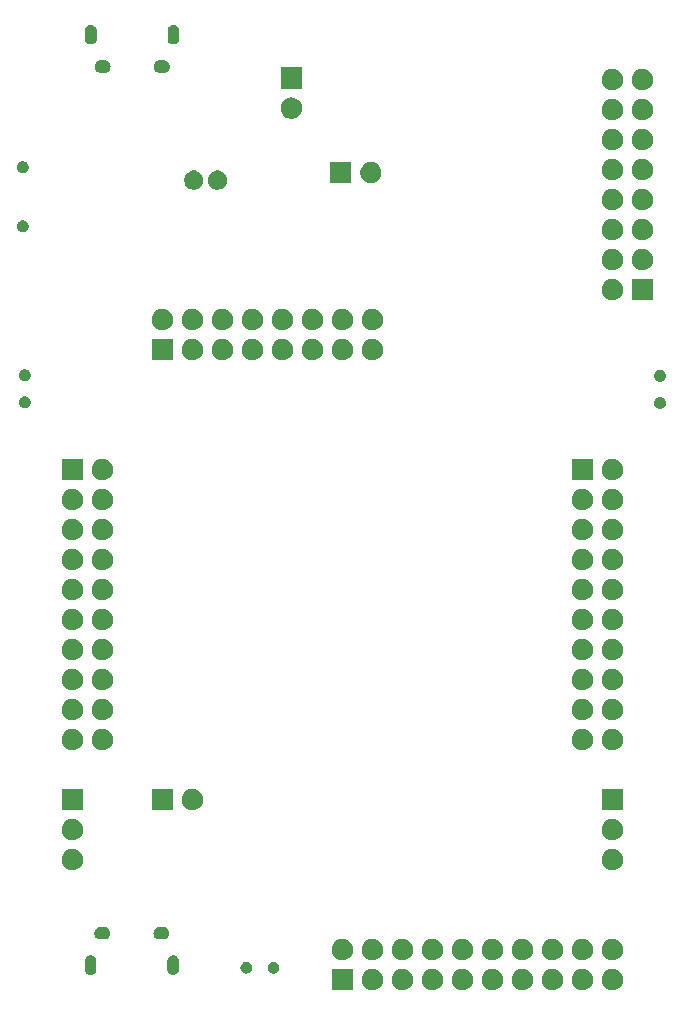
<source format=gbr>
G04 #@! TF.GenerationSoftware,KiCad,Pcbnew,5.1.5+dfsg1-2build2*
G04 #@! TF.CreationDate,2023-01-27T18:54:43+01:00*
G04 #@! TF.ProjectId,rp2040-launchpad-PCB,72703230-3430-42d6-9c61-756e63687061,rev?*
G04 #@! TF.SameCoordinates,Original*
G04 #@! TF.FileFunction,Soldermask,Bot*
G04 #@! TF.FilePolarity,Negative*
%FSLAX46Y46*%
G04 Gerber Fmt 4.6, Leading zero omitted, Abs format (unit mm)*
G04 Created by KiCad (PCBNEW 5.1.5+dfsg1-2build2) date 2023-01-27 18:54:43*
%MOMM*%
%LPD*%
G04 APERTURE LIST*
%ADD10C,0.100000*%
G04 APERTURE END LIST*
D10*
G36*
X162673512Y-148963927D02*
G01*
X162822812Y-148993624D01*
X162986784Y-149061544D01*
X163134354Y-149160147D01*
X163259853Y-149285646D01*
X163358456Y-149433216D01*
X163426376Y-149597188D01*
X163461000Y-149771259D01*
X163461000Y-149948741D01*
X163426376Y-150122812D01*
X163358456Y-150286784D01*
X163259853Y-150434354D01*
X163134354Y-150559853D01*
X162986784Y-150658456D01*
X162822812Y-150726376D01*
X162673512Y-150756073D01*
X162648742Y-150761000D01*
X162471258Y-150761000D01*
X162446488Y-150756073D01*
X162297188Y-150726376D01*
X162133216Y-150658456D01*
X161985646Y-150559853D01*
X161860147Y-150434354D01*
X161761544Y-150286784D01*
X161693624Y-150122812D01*
X161659000Y-149948741D01*
X161659000Y-149771259D01*
X161693624Y-149597188D01*
X161761544Y-149433216D01*
X161860147Y-149285646D01*
X161985646Y-149160147D01*
X162133216Y-149061544D01*
X162297188Y-148993624D01*
X162446488Y-148963927D01*
X162471258Y-148959000D01*
X162648742Y-148959000D01*
X162673512Y-148963927D01*
G37*
G36*
X160133512Y-148963927D02*
G01*
X160282812Y-148993624D01*
X160446784Y-149061544D01*
X160594354Y-149160147D01*
X160719853Y-149285646D01*
X160818456Y-149433216D01*
X160886376Y-149597188D01*
X160921000Y-149771259D01*
X160921000Y-149948741D01*
X160886376Y-150122812D01*
X160818456Y-150286784D01*
X160719853Y-150434354D01*
X160594354Y-150559853D01*
X160446784Y-150658456D01*
X160282812Y-150726376D01*
X160133512Y-150756073D01*
X160108742Y-150761000D01*
X159931258Y-150761000D01*
X159906488Y-150756073D01*
X159757188Y-150726376D01*
X159593216Y-150658456D01*
X159445646Y-150559853D01*
X159320147Y-150434354D01*
X159221544Y-150286784D01*
X159153624Y-150122812D01*
X159119000Y-149948741D01*
X159119000Y-149771259D01*
X159153624Y-149597188D01*
X159221544Y-149433216D01*
X159320147Y-149285646D01*
X159445646Y-149160147D01*
X159593216Y-149061544D01*
X159757188Y-148993624D01*
X159906488Y-148963927D01*
X159931258Y-148959000D01*
X160108742Y-148959000D01*
X160133512Y-148963927D01*
G37*
G36*
X140601000Y-150761000D02*
G01*
X138799000Y-150761000D01*
X138799000Y-148959000D01*
X140601000Y-148959000D01*
X140601000Y-150761000D01*
G37*
G36*
X142353512Y-148963927D02*
G01*
X142502812Y-148993624D01*
X142666784Y-149061544D01*
X142814354Y-149160147D01*
X142939853Y-149285646D01*
X143038456Y-149433216D01*
X143106376Y-149597188D01*
X143141000Y-149771259D01*
X143141000Y-149948741D01*
X143106376Y-150122812D01*
X143038456Y-150286784D01*
X142939853Y-150434354D01*
X142814354Y-150559853D01*
X142666784Y-150658456D01*
X142502812Y-150726376D01*
X142353512Y-150756073D01*
X142328742Y-150761000D01*
X142151258Y-150761000D01*
X142126488Y-150756073D01*
X141977188Y-150726376D01*
X141813216Y-150658456D01*
X141665646Y-150559853D01*
X141540147Y-150434354D01*
X141441544Y-150286784D01*
X141373624Y-150122812D01*
X141339000Y-149948741D01*
X141339000Y-149771259D01*
X141373624Y-149597188D01*
X141441544Y-149433216D01*
X141540147Y-149285646D01*
X141665646Y-149160147D01*
X141813216Y-149061544D01*
X141977188Y-148993624D01*
X142126488Y-148963927D01*
X142151258Y-148959000D01*
X142328742Y-148959000D01*
X142353512Y-148963927D01*
G37*
G36*
X144893512Y-148963927D02*
G01*
X145042812Y-148993624D01*
X145206784Y-149061544D01*
X145354354Y-149160147D01*
X145479853Y-149285646D01*
X145578456Y-149433216D01*
X145646376Y-149597188D01*
X145681000Y-149771259D01*
X145681000Y-149948741D01*
X145646376Y-150122812D01*
X145578456Y-150286784D01*
X145479853Y-150434354D01*
X145354354Y-150559853D01*
X145206784Y-150658456D01*
X145042812Y-150726376D01*
X144893512Y-150756073D01*
X144868742Y-150761000D01*
X144691258Y-150761000D01*
X144666488Y-150756073D01*
X144517188Y-150726376D01*
X144353216Y-150658456D01*
X144205646Y-150559853D01*
X144080147Y-150434354D01*
X143981544Y-150286784D01*
X143913624Y-150122812D01*
X143879000Y-149948741D01*
X143879000Y-149771259D01*
X143913624Y-149597188D01*
X143981544Y-149433216D01*
X144080147Y-149285646D01*
X144205646Y-149160147D01*
X144353216Y-149061544D01*
X144517188Y-148993624D01*
X144666488Y-148963927D01*
X144691258Y-148959000D01*
X144868742Y-148959000D01*
X144893512Y-148963927D01*
G37*
G36*
X147433512Y-148963927D02*
G01*
X147582812Y-148993624D01*
X147746784Y-149061544D01*
X147894354Y-149160147D01*
X148019853Y-149285646D01*
X148118456Y-149433216D01*
X148186376Y-149597188D01*
X148221000Y-149771259D01*
X148221000Y-149948741D01*
X148186376Y-150122812D01*
X148118456Y-150286784D01*
X148019853Y-150434354D01*
X147894354Y-150559853D01*
X147746784Y-150658456D01*
X147582812Y-150726376D01*
X147433512Y-150756073D01*
X147408742Y-150761000D01*
X147231258Y-150761000D01*
X147206488Y-150756073D01*
X147057188Y-150726376D01*
X146893216Y-150658456D01*
X146745646Y-150559853D01*
X146620147Y-150434354D01*
X146521544Y-150286784D01*
X146453624Y-150122812D01*
X146419000Y-149948741D01*
X146419000Y-149771259D01*
X146453624Y-149597188D01*
X146521544Y-149433216D01*
X146620147Y-149285646D01*
X146745646Y-149160147D01*
X146893216Y-149061544D01*
X147057188Y-148993624D01*
X147206488Y-148963927D01*
X147231258Y-148959000D01*
X147408742Y-148959000D01*
X147433512Y-148963927D01*
G37*
G36*
X149973512Y-148963927D02*
G01*
X150122812Y-148993624D01*
X150286784Y-149061544D01*
X150434354Y-149160147D01*
X150559853Y-149285646D01*
X150658456Y-149433216D01*
X150726376Y-149597188D01*
X150761000Y-149771259D01*
X150761000Y-149948741D01*
X150726376Y-150122812D01*
X150658456Y-150286784D01*
X150559853Y-150434354D01*
X150434354Y-150559853D01*
X150286784Y-150658456D01*
X150122812Y-150726376D01*
X149973512Y-150756073D01*
X149948742Y-150761000D01*
X149771258Y-150761000D01*
X149746488Y-150756073D01*
X149597188Y-150726376D01*
X149433216Y-150658456D01*
X149285646Y-150559853D01*
X149160147Y-150434354D01*
X149061544Y-150286784D01*
X148993624Y-150122812D01*
X148959000Y-149948741D01*
X148959000Y-149771259D01*
X148993624Y-149597188D01*
X149061544Y-149433216D01*
X149160147Y-149285646D01*
X149285646Y-149160147D01*
X149433216Y-149061544D01*
X149597188Y-148993624D01*
X149746488Y-148963927D01*
X149771258Y-148959000D01*
X149948742Y-148959000D01*
X149973512Y-148963927D01*
G37*
G36*
X152513512Y-148963927D02*
G01*
X152662812Y-148993624D01*
X152826784Y-149061544D01*
X152974354Y-149160147D01*
X153099853Y-149285646D01*
X153198456Y-149433216D01*
X153266376Y-149597188D01*
X153301000Y-149771259D01*
X153301000Y-149948741D01*
X153266376Y-150122812D01*
X153198456Y-150286784D01*
X153099853Y-150434354D01*
X152974354Y-150559853D01*
X152826784Y-150658456D01*
X152662812Y-150726376D01*
X152513512Y-150756073D01*
X152488742Y-150761000D01*
X152311258Y-150761000D01*
X152286488Y-150756073D01*
X152137188Y-150726376D01*
X151973216Y-150658456D01*
X151825646Y-150559853D01*
X151700147Y-150434354D01*
X151601544Y-150286784D01*
X151533624Y-150122812D01*
X151499000Y-149948741D01*
X151499000Y-149771259D01*
X151533624Y-149597188D01*
X151601544Y-149433216D01*
X151700147Y-149285646D01*
X151825646Y-149160147D01*
X151973216Y-149061544D01*
X152137188Y-148993624D01*
X152286488Y-148963927D01*
X152311258Y-148959000D01*
X152488742Y-148959000D01*
X152513512Y-148963927D01*
G37*
G36*
X155053512Y-148963927D02*
G01*
X155202812Y-148993624D01*
X155366784Y-149061544D01*
X155514354Y-149160147D01*
X155639853Y-149285646D01*
X155738456Y-149433216D01*
X155806376Y-149597188D01*
X155841000Y-149771259D01*
X155841000Y-149948741D01*
X155806376Y-150122812D01*
X155738456Y-150286784D01*
X155639853Y-150434354D01*
X155514354Y-150559853D01*
X155366784Y-150658456D01*
X155202812Y-150726376D01*
X155053512Y-150756073D01*
X155028742Y-150761000D01*
X154851258Y-150761000D01*
X154826488Y-150756073D01*
X154677188Y-150726376D01*
X154513216Y-150658456D01*
X154365646Y-150559853D01*
X154240147Y-150434354D01*
X154141544Y-150286784D01*
X154073624Y-150122812D01*
X154039000Y-149948741D01*
X154039000Y-149771259D01*
X154073624Y-149597188D01*
X154141544Y-149433216D01*
X154240147Y-149285646D01*
X154365646Y-149160147D01*
X154513216Y-149061544D01*
X154677188Y-148993624D01*
X154826488Y-148963927D01*
X154851258Y-148959000D01*
X155028742Y-148959000D01*
X155053512Y-148963927D01*
G37*
G36*
X157593512Y-148963927D02*
G01*
X157742812Y-148993624D01*
X157906784Y-149061544D01*
X158054354Y-149160147D01*
X158179853Y-149285646D01*
X158278456Y-149433216D01*
X158346376Y-149597188D01*
X158381000Y-149771259D01*
X158381000Y-149948741D01*
X158346376Y-150122812D01*
X158278456Y-150286784D01*
X158179853Y-150434354D01*
X158054354Y-150559853D01*
X157906784Y-150658456D01*
X157742812Y-150726376D01*
X157593512Y-150756073D01*
X157568742Y-150761000D01*
X157391258Y-150761000D01*
X157366488Y-150756073D01*
X157217188Y-150726376D01*
X157053216Y-150658456D01*
X156905646Y-150559853D01*
X156780147Y-150434354D01*
X156681544Y-150286784D01*
X156613624Y-150122812D01*
X156579000Y-149948741D01*
X156579000Y-149771259D01*
X156613624Y-149597188D01*
X156681544Y-149433216D01*
X156780147Y-149285646D01*
X156905646Y-149160147D01*
X157053216Y-149061544D01*
X157217188Y-148993624D01*
X157366488Y-148963927D01*
X157391258Y-148959000D01*
X157568742Y-148959000D01*
X157593512Y-148963927D01*
G37*
G36*
X125488212Y-147804249D02*
G01*
X125582651Y-147832897D01*
X125669687Y-147879418D01*
X125745975Y-147942025D01*
X125808582Y-148018313D01*
X125855103Y-148105348D01*
X125883751Y-148199787D01*
X125891000Y-148273388D01*
X125891000Y-148972612D01*
X125883751Y-149046213D01*
X125855103Y-149140652D01*
X125808582Y-149227687D01*
X125745975Y-149303975D01*
X125669687Y-149366582D01*
X125582652Y-149413103D01*
X125488213Y-149441751D01*
X125390000Y-149451424D01*
X125291788Y-149441751D01*
X125197349Y-149413103D01*
X125110314Y-149366582D01*
X125034026Y-149303975D01*
X124971419Y-149227687D01*
X124924898Y-149140652D01*
X124896250Y-149046213D01*
X124889001Y-148972612D01*
X124889000Y-148972602D01*
X124889000Y-148273389D01*
X124896249Y-148199788D01*
X124924897Y-148105349D01*
X124971418Y-148018313D01*
X125034025Y-147942025D01*
X125110313Y-147879418D01*
X125197348Y-147832897D01*
X125291787Y-147804249D01*
X125390000Y-147794576D01*
X125488212Y-147804249D01*
G37*
G36*
X118488212Y-147804249D02*
G01*
X118582651Y-147832897D01*
X118669687Y-147879418D01*
X118745975Y-147942025D01*
X118808582Y-148018313D01*
X118855103Y-148105348D01*
X118883751Y-148199787D01*
X118891000Y-148273388D01*
X118891000Y-148972612D01*
X118883751Y-149046213D01*
X118855103Y-149140652D01*
X118808582Y-149227687D01*
X118745975Y-149303975D01*
X118669687Y-149366582D01*
X118582652Y-149413103D01*
X118488213Y-149441751D01*
X118390000Y-149451424D01*
X118291788Y-149441751D01*
X118197349Y-149413103D01*
X118110314Y-149366582D01*
X118034026Y-149303975D01*
X117971419Y-149227687D01*
X117924898Y-149140652D01*
X117896250Y-149046213D01*
X117889001Y-148972612D01*
X117889000Y-148972602D01*
X117889000Y-148273389D01*
X117896249Y-148199788D01*
X117924897Y-148105349D01*
X117971418Y-148018313D01*
X118034025Y-147942025D01*
X118110313Y-147879418D01*
X118197348Y-147832897D01*
X118291787Y-147804249D01*
X118390000Y-147794576D01*
X118488212Y-147804249D01*
G37*
G36*
X133969740Y-148352626D02*
G01*
X134018136Y-148362253D01*
X134055902Y-148377896D01*
X134109311Y-148400019D01*
X134109312Y-148400020D01*
X134191369Y-148454848D01*
X134261152Y-148524631D01*
X134261153Y-148524633D01*
X134315981Y-148606689D01*
X134338104Y-148660098D01*
X134353747Y-148697864D01*
X134373000Y-148794656D01*
X134373000Y-148893344D01*
X134353747Y-148990136D01*
X134338104Y-149027902D01*
X134315981Y-149081311D01*
X134315980Y-149081312D01*
X134261152Y-149163369D01*
X134191369Y-149233152D01*
X134150062Y-149260752D01*
X134109311Y-149287981D01*
X134055902Y-149310104D01*
X134018136Y-149325747D01*
X133969740Y-149335373D01*
X133921345Y-149345000D01*
X133822655Y-149345000D01*
X133774260Y-149335373D01*
X133725864Y-149325747D01*
X133688098Y-149310104D01*
X133634689Y-149287981D01*
X133593938Y-149260752D01*
X133552631Y-149233152D01*
X133482848Y-149163369D01*
X133428020Y-149081312D01*
X133428019Y-149081311D01*
X133405896Y-149027902D01*
X133390253Y-148990136D01*
X133371000Y-148893344D01*
X133371000Y-148794656D01*
X133390253Y-148697864D01*
X133405896Y-148660098D01*
X133428019Y-148606689D01*
X133482847Y-148524633D01*
X133482848Y-148524631D01*
X133552631Y-148454848D01*
X133634688Y-148400020D01*
X133634689Y-148400019D01*
X133688098Y-148377896D01*
X133725864Y-148362253D01*
X133774260Y-148352626D01*
X133822655Y-148343000D01*
X133921345Y-148343000D01*
X133969740Y-148352626D01*
G37*
G36*
X131669740Y-148352626D02*
G01*
X131718136Y-148362253D01*
X131755902Y-148377896D01*
X131809311Y-148400019D01*
X131809312Y-148400020D01*
X131891369Y-148454848D01*
X131961152Y-148524631D01*
X131961153Y-148524633D01*
X132015981Y-148606689D01*
X132038104Y-148660098D01*
X132053747Y-148697864D01*
X132073000Y-148794656D01*
X132073000Y-148893344D01*
X132053747Y-148990136D01*
X132038104Y-149027902D01*
X132015981Y-149081311D01*
X132015980Y-149081312D01*
X131961152Y-149163369D01*
X131891369Y-149233152D01*
X131850062Y-149260752D01*
X131809311Y-149287981D01*
X131755902Y-149310104D01*
X131718136Y-149325747D01*
X131669740Y-149335373D01*
X131621345Y-149345000D01*
X131522655Y-149345000D01*
X131474260Y-149335373D01*
X131425864Y-149325747D01*
X131388098Y-149310104D01*
X131334689Y-149287981D01*
X131293938Y-149260752D01*
X131252631Y-149233152D01*
X131182848Y-149163369D01*
X131128020Y-149081312D01*
X131128019Y-149081311D01*
X131105896Y-149027902D01*
X131090253Y-148990136D01*
X131071000Y-148893344D01*
X131071000Y-148794656D01*
X131090253Y-148697864D01*
X131105896Y-148660098D01*
X131128019Y-148606689D01*
X131182847Y-148524633D01*
X131182848Y-148524631D01*
X131252631Y-148454848D01*
X131334688Y-148400020D01*
X131334689Y-148400019D01*
X131388098Y-148377896D01*
X131425864Y-148362253D01*
X131474260Y-148352626D01*
X131522655Y-148343000D01*
X131621345Y-148343000D01*
X131669740Y-148352626D01*
G37*
G36*
X157593512Y-146423927D02*
G01*
X157742812Y-146453624D01*
X157906784Y-146521544D01*
X158054354Y-146620147D01*
X158179853Y-146745646D01*
X158278456Y-146893216D01*
X158346376Y-147057188D01*
X158381000Y-147231259D01*
X158381000Y-147408741D01*
X158346376Y-147582812D01*
X158278456Y-147746784D01*
X158179853Y-147894354D01*
X158054354Y-148019853D01*
X157906784Y-148118456D01*
X157742812Y-148186376D01*
X157593512Y-148216073D01*
X157568742Y-148221000D01*
X157391258Y-148221000D01*
X157366488Y-148216073D01*
X157217188Y-148186376D01*
X157053216Y-148118456D01*
X156905646Y-148019853D01*
X156780147Y-147894354D01*
X156681544Y-147746784D01*
X156613624Y-147582812D01*
X156579000Y-147408741D01*
X156579000Y-147231259D01*
X156613624Y-147057188D01*
X156681544Y-146893216D01*
X156780147Y-146745646D01*
X156905646Y-146620147D01*
X157053216Y-146521544D01*
X157217188Y-146453624D01*
X157366488Y-146423927D01*
X157391258Y-146419000D01*
X157568742Y-146419000D01*
X157593512Y-146423927D01*
G37*
G36*
X139813512Y-146423927D02*
G01*
X139962812Y-146453624D01*
X140126784Y-146521544D01*
X140274354Y-146620147D01*
X140399853Y-146745646D01*
X140498456Y-146893216D01*
X140566376Y-147057188D01*
X140601000Y-147231259D01*
X140601000Y-147408741D01*
X140566376Y-147582812D01*
X140498456Y-147746784D01*
X140399853Y-147894354D01*
X140274354Y-148019853D01*
X140126784Y-148118456D01*
X139962812Y-148186376D01*
X139813512Y-148216073D01*
X139788742Y-148221000D01*
X139611258Y-148221000D01*
X139586488Y-148216073D01*
X139437188Y-148186376D01*
X139273216Y-148118456D01*
X139125646Y-148019853D01*
X139000147Y-147894354D01*
X138901544Y-147746784D01*
X138833624Y-147582812D01*
X138799000Y-147408741D01*
X138799000Y-147231259D01*
X138833624Y-147057188D01*
X138901544Y-146893216D01*
X139000147Y-146745646D01*
X139125646Y-146620147D01*
X139273216Y-146521544D01*
X139437188Y-146453624D01*
X139586488Y-146423927D01*
X139611258Y-146419000D01*
X139788742Y-146419000D01*
X139813512Y-146423927D01*
G37*
G36*
X142353512Y-146423927D02*
G01*
X142502812Y-146453624D01*
X142666784Y-146521544D01*
X142814354Y-146620147D01*
X142939853Y-146745646D01*
X143038456Y-146893216D01*
X143106376Y-147057188D01*
X143141000Y-147231259D01*
X143141000Y-147408741D01*
X143106376Y-147582812D01*
X143038456Y-147746784D01*
X142939853Y-147894354D01*
X142814354Y-148019853D01*
X142666784Y-148118456D01*
X142502812Y-148186376D01*
X142353512Y-148216073D01*
X142328742Y-148221000D01*
X142151258Y-148221000D01*
X142126488Y-148216073D01*
X141977188Y-148186376D01*
X141813216Y-148118456D01*
X141665646Y-148019853D01*
X141540147Y-147894354D01*
X141441544Y-147746784D01*
X141373624Y-147582812D01*
X141339000Y-147408741D01*
X141339000Y-147231259D01*
X141373624Y-147057188D01*
X141441544Y-146893216D01*
X141540147Y-146745646D01*
X141665646Y-146620147D01*
X141813216Y-146521544D01*
X141977188Y-146453624D01*
X142126488Y-146423927D01*
X142151258Y-146419000D01*
X142328742Y-146419000D01*
X142353512Y-146423927D01*
G37*
G36*
X144893512Y-146423927D02*
G01*
X145042812Y-146453624D01*
X145206784Y-146521544D01*
X145354354Y-146620147D01*
X145479853Y-146745646D01*
X145578456Y-146893216D01*
X145646376Y-147057188D01*
X145681000Y-147231259D01*
X145681000Y-147408741D01*
X145646376Y-147582812D01*
X145578456Y-147746784D01*
X145479853Y-147894354D01*
X145354354Y-148019853D01*
X145206784Y-148118456D01*
X145042812Y-148186376D01*
X144893512Y-148216073D01*
X144868742Y-148221000D01*
X144691258Y-148221000D01*
X144666488Y-148216073D01*
X144517188Y-148186376D01*
X144353216Y-148118456D01*
X144205646Y-148019853D01*
X144080147Y-147894354D01*
X143981544Y-147746784D01*
X143913624Y-147582812D01*
X143879000Y-147408741D01*
X143879000Y-147231259D01*
X143913624Y-147057188D01*
X143981544Y-146893216D01*
X144080147Y-146745646D01*
X144205646Y-146620147D01*
X144353216Y-146521544D01*
X144517188Y-146453624D01*
X144666488Y-146423927D01*
X144691258Y-146419000D01*
X144868742Y-146419000D01*
X144893512Y-146423927D01*
G37*
G36*
X147433512Y-146423927D02*
G01*
X147582812Y-146453624D01*
X147746784Y-146521544D01*
X147894354Y-146620147D01*
X148019853Y-146745646D01*
X148118456Y-146893216D01*
X148186376Y-147057188D01*
X148221000Y-147231259D01*
X148221000Y-147408741D01*
X148186376Y-147582812D01*
X148118456Y-147746784D01*
X148019853Y-147894354D01*
X147894354Y-148019853D01*
X147746784Y-148118456D01*
X147582812Y-148186376D01*
X147433512Y-148216073D01*
X147408742Y-148221000D01*
X147231258Y-148221000D01*
X147206488Y-148216073D01*
X147057188Y-148186376D01*
X146893216Y-148118456D01*
X146745646Y-148019853D01*
X146620147Y-147894354D01*
X146521544Y-147746784D01*
X146453624Y-147582812D01*
X146419000Y-147408741D01*
X146419000Y-147231259D01*
X146453624Y-147057188D01*
X146521544Y-146893216D01*
X146620147Y-146745646D01*
X146745646Y-146620147D01*
X146893216Y-146521544D01*
X147057188Y-146453624D01*
X147206488Y-146423927D01*
X147231258Y-146419000D01*
X147408742Y-146419000D01*
X147433512Y-146423927D01*
G37*
G36*
X149973512Y-146423927D02*
G01*
X150122812Y-146453624D01*
X150286784Y-146521544D01*
X150434354Y-146620147D01*
X150559853Y-146745646D01*
X150658456Y-146893216D01*
X150726376Y-147057188D01*
X150761000Y-147231259D01*
X150761000Y-147408741D01*
X150726376Y-147582812D01*
X150658456Y-147746784D01*
X150559853Y-147894354D01*
X150434354Y-148019853D01*
X150286784Y-148118456D01*
X150122812Y-148186376D01*
X149973512Y-148216073D01*
X149948742Y-148221000D01*
X149771258Y-148221000D01*
X149746488Y-148216073D01*
X149597188Y-148186376D01*
X149433216Y-148118456D01*
X149285646Y-148019853D01*
X149160147Y-147894354D01*
X149061544Y-147746784D01*
X148993624Y-147582812D01*
X148959000Y-147408741D01*
X148959000Y-147231259D01*
X148993624Y-147057188D01*
X149061544Y-146893216D01*
X149160147Y-146745646D01*
X149285646Y-146620147D01*
X149433216Y-146521544D01*
X149597188Y-146453624D01*
X149746488Y-146423927D01*
X149771258Y-146419000D01*
X149948742Y-146419000D01*
X149973512Y-146423927D01*
G37*
G36*
X152513512Y-146423927D02*
G01*
X152662812Y-146453624D01*
X152826784Y-146521544D01*
X152974354Y-146620147D01*
X153099853Y-146745646D01*
X153198456Y-146893216D01*
X153266376Y-147057188D01*
X153301000Y-147231259D01*
X153301000Y-147408741D01*
X153266376Y-147582812D01*
X153198456Y-147746784D01*
X153099853Y-147894354D01*
X152974354Y-148019853D01*
X152826784Y-148118456D01*
X152662812Y-148186376D01*
X152513512Y-148216073D01*
X152488742Y-148221000D01*
X152311258Y-148221000D01*
X152286488Y-148216073D01*
X152137188Y-148186376D01*
X151973216Y-148118456D01*
X151825646Y-148019853D01*
X151700147Y-147894354D01*
X151601544Y-147746784D01*
X151533624Y-147582812D01*
X151499000Y-147408741D01*
X151499000Y-147231259D01*
X151533624Y-147057188D01*
X151601544Y-146893216D01*
X151700147Y-146745646D01*
X151825646Y-146620147D01*
X151973216Y-146521544D01*
X152137188Y-146453624D01*
X152286488Y-146423927D01*
X152311258Y-146419000D01*
X152488742Y-146419000D01*
X152513512Y-146423927D01*
G37*
G36*
X155053512Y-146423927D02*
G01*
X155202812Y-146453624D01*
X155366784Y-146521544D01*
X155514354Y-146620147D01*
X155639853Y-146745646D01*
X155738456Y-146893216D01*
X155806376Y-147057188D01*
X155841000Y-147231259D01*
X155841000Y-147408741D01*
X155806376Y-147582812D01*
X155738456Y-147746784D01*
X155639853Y-147894354D01*
X155514354Y-148019853D01*
X155366784Y-148118456D01*
X155202812Y-148186376D01*
X155053512Y-148216073D01*
X155028742Y-148221000D01*
X154851258Y-148221000D01*
X154826488Y-148216073D01*
X154677188Y-148186376D01*
X154513216Y-148118456D01*
X154365646Y-148019853D01*
X154240147Y-147894354D01*
X154141544Y-147746784D01*
X154073624Y-147582812D01*
X154039000Y-147408741D01*
X154039000Y-147231259D01*
X154073624Y-147057188D01*
X154141544Y-146893216D01*
X154240147Y-146745646D01*
X154365646Y-146620147D01*
X154513216Y-146521544D01*
X154677188Y-146453624D01*
X154826488Y-146423927D01*
X154851258Y-146419000D01*
X155028742Y-146419000D01*
X155053512Y-146423927D01*
G37*
G36*
X160133512Y-146423927D02*
G01*
X160282812Y-146453624D01*
X160446784Y-146521544D01*
X160594354Y-146620147D01*
X160719853Y-146745646D01*
X160818456Y-146893216D01*
X160886376Y-147057188D01*
X160921000Y-147231259D01*
X160921000Y-147408741D01*
X160886376Y-147582812D01*
X160818456Y-147746784D01*
X160719853Y-147894354D01*
X160594354Y-148019853D01*
X160446784Y-148118456D01*
X160282812Y-148186376D01*
X160133512Y-148216073D01*
X160108742Y-148221000D01*
X159931258Y-148221000D01*
X159906488Y-148216073D01*
X159757188Y-148186376D01*
X159593216Y-148118456D01*
X159445646Y-148019853D01*
X159320147Y-147894354D01*
X159221544Y-147746784D01*
X159153624Y-147582812D01*
X159119000Y-147408741D01*
X159119000Y-147231259D01*
X159153624Y-147057188D01*
X159221544Y-146893216D01*
X159320147Y-146745646D01*
X159445646Y-146620147D01*
X159593216Y-146521544D01*
X159757188Y-146453624D01*
X159906488Y-146423927D01*
X159931258Y-146419000D01*
X160108742Y-146419000D01*
X160133512Y-146423927D01*
G37*
G36*
X162673512Y-146423927D02*
G01*
X162822812Y-146453624D01*
X162986784Y-146521544D01*
X163134354Y-146620147D01*
X163259853Y-146745646D01*
X163358456Y-146893216D01*
X163426376Y-147057188D01*
X163461000Y-147231259D01*
X163461000Y-147408741D01*
X163426376Y-147582812D01*
X163358456Y-147746784D01*
X163259853Y-147894354D01*
X163134354Y-148019853D01*
X162986784Y-148118456D01*
X162822812Y-148186376D01*
X162673512Y-148216073D01*
X162648742Y-148221000D01*
X162471258Y-148221000D01*
X162446488Y-148216073D01*
X162297188Y-148186376D01*
X162133216Y-148118456D01*
X161985646Y-148019853D01*
X161860147Y-147894354D01*
X161761544Y-147746784D01*
X161693624Y-147582812D01*
X161659000Y-147408741D01*
X161659000Y-147231259D01*
X161693624Y-147057188D01*
X161761544Y-146893216D01*
X161860147Y-146745646D01*
X161985646Y-146620147D01*
X162133216Y-146521544D01*
X162297188Y-146453624D01*
X162446488Y-146423927D01*
X162471258Y-146419000D01*
X162648742Y-146419000D01*
X162673512Y-146423927D01*
G37*
G36*
X119643114Y-145404611D02*
G01*
X119742265Y-145434688D01*
X119833644Y-145483531D01*
X119913738Y-145549262D01*
X119979469Y-145629356D01*
X120028312Y-145720735D01*
X120058389Y-145819886D01*
X120068545Y-145923000D01*
X120058389Y-146026114D01*
X120028312Y-146125265D01*
X119979469Y-146216644D01*
X119913738Y-146296738D01*
X119833644Y-146362469D01*
X119742265Y-146411312D01*
X119643114Y-146441389D01*
X119565839Y-146449000D01*
X119214161Y-146449000D01*
X119136886Y-146441389D01*
X119037735Y-146411312D01*
X118946356Y-146362469D01*
X118866262Y-146296738D01*
X118800531Y-146216644D01*
X118751688Y-146125265D01*
X118721611Y-146026114D01*
X118711455Y-145923000D01*
X118721611Y-145819886D01*
X118751688Y-145720735D01*
X118800531Y-145629356D01*
X118866262Y-145549262D01*
X118946356Y-145483531D01*
X119037735Y-145434688D01*
X119136886Y-145404611D01*
X119214161Y-145397000D01*
X119565839Y-145397000D01*
X119643114Y-145404611D01*
G37*
G36*
X124643114Y-145404611D02*
G01*
X124742265Y-145434688D01*
X124833644Y-145483531D01*
X124913738Y-145549262D01*
X124979469Y-145629356D01*
X125028312Y-145720735D01*
X125058389Y-145819886D01*
X125068545Y-145923000D01*
X125058389Y-146026114D01*
X125028312Y-146125265D01*
X124979469Y-146216644D01*
X124913738Y-146296738D01*
X124833644Y-146362469D01*
X124742265Y-146411312D01*
X124643114Y-146441389D01*
X124565839Y-146449000D01*
X124214161Y-146449000D01*
X124136886Y-146441389D01*
X124037735Y-146411312D01*
X123946356Y-146362469D01*
X123866262Y-146296738D01*
X123800531Y-146216644D01*
X123751688Y-146125265D01*
X123721611Y-146026114D01*
X123711455Y-145923000D01*
X123721611Y-145819886D01*
X123751688Y-145720735D01*
X123800531Y-145629356D01*
X123866262Y-145549262D01*
X123946356Y-145483531D01*
X124037735Y-145434688D01*
X124136886Y-145404611D01*
X124214161Y-145397000D01*
X124565839Y-145397000D01*
X124643114Y-145404611D01*
G37*
G36*
X116953512Y-138803927D02*
G01*
X117102812Y-138833624D01*
X117266784Y-138901544D01*
X117414354Y-139000147D01*
X117539853Y-139125646D01*
X117638456Y-139273216D01*
X117706376Y-139437188D01*
X117741000Y-139611259D01*
X117741000Y-139788741D01*
X117706376Y-139962812D01*
X117638456Y-140126784D01*
X117539853Y-140274354D01*
X117414354Y-140399853D01*
X117266784Y-140498456D01*
X117102812Y-140566376D01*
X116953512Y-140596073D01*
X116928742Y-140601000D01*
X116751258Y-140601000D01*
X116726488Y-140596073D01*
X116577188Y-140566376D01*
X116413216Y-140498456D01*
X116265646Y-140399853D01*
X116140147Y-140274354D01*
X116041544Y-140126784D01*
X115973624Y-139962812D01*
X115939000Y-139788741D01*
X115939000Y-139611259D01*
X115973624Y-139437188D01*
X116041544Y-139273216D01*
X116140147Y-139125646D01*
X116265646Y-139000147D01*
X116413216Y-138901544D01*
X116577188Y-138833624D01*
X116726488Y-138803927D01*
X116751258Y-138799000D01*
X116928742Y-138799000D01*
X116953512Y-138803927D01*
G37*
G36*
X162673512Y-138803927D02*
G01*
X162822812Y-138833624D01*
X162986784Y-138901544D01*
X163134354Y-139000147D01*
X163259853Y-139125646D01*
X163358456Y-139273216D01*
X163426376Y-139437188D01*
X163461000Y-139611259D01*
X163461000Y-139788741D01*
X163426376Y-139962812D01*
X163358456Y-140126784D01*
X163259853Y-140274354D01*
X163134354Y-140399853D01*
X162986784Y-140498456D01*
X162822812Y-140566376D01*
X162673512Y-140596073D01*
X162648742Y-140601000D01*
X162471258Y-140601000D01*
X162446488Y-140596073D01*
X162297188Y-140566376D01*
X162133216Y-140498456D01*
X161985646Y-140399853D01*
X161860147Y-140274354D01*
X161761544Y-140126784D01*
X161693624Y-139962812D01*
X161659000Y-139788741D01*
X161659000Y-139611259D01*
X161693624Y-139437188D01*
X161761544Y-139273216D01*
X161860147Y-139125646D01*
X161985646Y-139000147D01*
X162133216Y-138901544D01*
X162297188Y-138833624D01*
X162446488Y-138803927D01*
X162471258Y-138799000D01*
X162648742Y-138799000D01*
X162673512Y-138803927D01*
G37*
G36*
X116953512Y-136263927D02*
G01*
X117102812Y-136293624D01*
X117266784Y-136361544D01*
X117414354Y-136460147D01*
X117539853Y-136585646D01*
X117638456Y-136733216D01*
X117706376Y-136897188D01*
X117741000Y-137071259D01*
X117741000Y-137248741D01*
X117706376Y-137422812D01*
X117638456Y-137586784D01*
X117539853Y-137734354D01*
X117414354Y-137859853D01*
X117266784Y-137958456D01*
X117102812Y-138026376D01*
X116953512Y-138056073D01*
X116928742Y-138061000D01*
X116751258Y-138061000D01*
X116726488Y-138056073D01*
X116577188Y-138026376D01*
X116413216Y-137958456D01*
X116265646Y-137859853D01*
X116140147Y-137734354D01*
X116041544Y-137586784D01*
X115973624Y-137422812D01*
X115939000Y-137248741D01*
X115939000Y-137071259D01*
X115973624Y-136897188D01*
X116041544Y-136733216D01*
X116140147Y-136585646D01*
X116265646Y-136460147D01*
X116413216Y-136361544D01*
X116577188Y-136293624D01*
X116726488Y-136263927D01*
X116751258Y-136259000D01*
X116928742Y-136259000D01*
X116953512Y-136263927D01*
G37*
G36*
X162673512Y-136263927D02*
G01*
X162822812Y-136293624D01*
X162986784Y-136361544D01*
X163134354Y-136460147D01*
X163259853Y-136585646D01*
X163358456Y-136733216D01*
X163426376Y-136897188D01*
X163461000Y-137071259D01*
X163461000Y-137248741D01*
X163426376Y-137422812D01*
X163358456Y-137586784D01*
X163259853Y-137734354D01*
X163134354Y-137859853D01*
X162986784Y-137958456D01*
X162822812Y-138026376D01*
X162673512Y-138056073D01*
X162648742Y-138061000D01*
X162471258Y-138061000D01*
X162446488Y-138056073D01*
X162297188Y-138026376D01*
X162133216Y-137958456D01*
X161985646Y-137859853D01*
X161860147Y-137734354D01*
X161761544Y-137586784D01*
X161693624Y-137422812D01*
X161659000Y-137248741D01*
X161659000Y-137071259D01*
X161693624Y-136897188D01*
X161761544Y-136733216D01*
X161860147Y-136585646D01*
X161985646Y-136460147D01*
X162133216Y-136361544D01*
X162297188Y-136293624D01*
X162446488Y-136263927D01*
X162471258Y-136259000D01*
X162648742Y-136259000D01*
X162673512Y-136263927D01*
G37*
G36*
X127113512Y-133723927D02*
G01*
X127262812Y-133753624D01*
X127426784Y-133821544D01*
X127574354Y-133920147D01*
X127699853Y-134045646D01*
X127798456Y-134193216D01*
X127866376Y-134357188D01*
X127901000Y-134531259D01*
X127901000Y-134708741D01*
X127866376Y-134882812D01*
X127798456Y-135046784D01*
X127699853Y-135194354D01*
X127574354Y-135319853D01*
X127426784Y-135418456D01*
X127262812Y-135486376D01*
X127113512Y-135516073D01*
X127088742Y-135521000D01*
X126911258Y-135521000D01*
X126886488Y-135516073D01*
X126737188Y-135486376D01*
X126573216Y-135418456D01*
X126425646Y-135319853D01*
X126300147Y-135194354D01*
X126201544Y-135046784D01*
X126133624Y-134882812D01*
X126099000Y-134708741D01*
X126099000Y-134531259D01*
X126133624Y-134357188D01*
X126201544Y-134193216D01*
X126300147Y-134045646D01*
X126425646Y-133920147D01*
X126573216Y-133821544D01*
X126737188Y-133753624D01*
X126886488Y-133723927D01*
X126911258Y-133719000D01*
X127088742Y-133719000D01*
X127113512Y-133723927D01*
G37*
G36*
X117741000Y-135521000D02*
G01*
X115939000Y-135521000D01*
X115939000Y-133719000D01*
X117741000Y-133719000D01*
X117741000Y-135521000D01*
G37*
G36*
X163461000Y-135521000D02*
G01*
X161659000Y-135521000D01*
X161659000Y-133719000D01*
X163461000Y-133719000D01*
X163461000Y-135521000D01*
G37*
G36*
X125361000Y-135521000D02*
G01*
X123559000Y-135521000D01*
X123559000Y-133719000D01*
X125361000Y-133719000D01*
X125361000Y-135521000D01*
G37*
G36*
X119493512Y-128643927D02*
G01*
X119642812Y-128673624D01*
X119806784Y-128741544D01*
X119954354Y-128840147D01*
X120079853Y-128965646D01*
X120178456Y-129113216D01*
X120246376Y-129277188D01*
X120281000Y-129451259D01*
X120281000Y-129628741D01*
X120246376Y-129802812D01*
X120178456Y-129966784D01*
X120079853Y-130114354D01*
X119954354Y-130239853D01*
X119806784Y-130338456D01*
X119642812Y-130406376D01*
X119493512Y-130436073D01*
X119468742Y-130441000D01*
X119291258Y-130441000D01*
X119266488Y-130436073D01*
X119117188Y-130406376D01*
X118953216Y-130338456D01*
X118805646Y-130239853D01*
X118680147Y-130114354D01*
X118581544Y-129966784D01*
X118513624Y-129802812D01*
X118479000Y-129628741D01*
X118479000Y-129451259D01*
X118513624Y-129277188D01*
X118581544Y-129113216D01*
X118680147Y-128965646D01*
X118805646Y-128840147D01*
X118953216Y-128741544D01*
X119117188Y-128673624D01*
X119266488Y-128643927D01*
X119291258Y-128639000D01*
X119468742Y-128639000D01*
X119493512Y-128643927D01*
G37*
G36*
X116953512Y-128643927D02*
G01*
X117102812Y-128673624D01*
X117266784Y-128741544D01*
X117414354Y-128840147D01*
X117539853Y-128965646D01*
X117638456Y-129113216D01*
X117706376Y-129277188D01*
X117741000Y-129451259D01*
X117741000Y-129628741D01*
X117706376Y-129802812D01*
X117638456Y-129966784D01*
X117539853Y-130114354D01*
X117414354Y-130239853D01*
X117266784Y-130338456D01*
X117102812Y-130406376D01*
X116953512Y-130436073D01*
X116928742Y-130441000D01*
X116751258Y-130441000D01*
X116726488Y-130436073D01*
X116577188Y-130406376D01*
X116413216Y-130338456D01*
X116265646Y-130239853D01*
X116140147Y-130114354D01*
X116041544Y-129966784D01*
X115973624Y-129802812D01*
X115939000Y-129628741D01*
X115939000Y-129451259D01*
X115973624Y-129277188D01*
X116041544Y-129113216D01*
X116140147Y-128965646D01*
X116265646Y-128840147D01*
X116413216Y-128741544D01*
X116577188Y-128673624D01*
X116726488Y-128643927D01*
X116751258Y-128639000D01*
X116928742Y-128639000D01*
X116953512Y-128643927D01*
G37*
G36*
X162673512Y-128643927D02*
G01*
X162822812Y-128673624D01*
X162986784Y-128741544D01*
X163134354Y-128840147D01*
X163259853Y-128965646D01*
X163358456Y-129113216D01*
X163426376Y-129277188D01*
X163461000Y-129451259D01*
X163461000Y-129628741D01*
X163426376Y-129802812D01*
X163358456Y-129966784D01*
X163259853Y-130114354D01*
X163134354Y-130239853D01*
X162986784Y-130338456D01*
X162822812Y-130406376D01*
X162673512Y-130436073D01*
X162648742Y-130441000D01*
X162471258Y-130441000D01*
X162446488Y-130436073D01*
X162297188Y-130406376D01*
X162133216Y-130338456D01*
X161985646Y-130239853D01*
X161860147Y-130114354D01*
X161761544Y-129966784D01*
X161693624Y-129802812D01*
X161659000Y-129628741D01*
X161659000Y-129451259D01*
X161693624Y-129277188D01*
X161761544Y-129113216D01*
X161860147Y-128965646D01*
X161985646Y-128840147D01*
X162133216Y-128741544D01*
X162297188Y-128673624D01*
X162446488Y-128643927D01*
X162471258Y-128639000D01*
X162648742Y-128639000D01*
X162673512Y-128643927D01*
G37*
G36*
X160133512Y-128643927D02*
G01*
X160282812Y-128673624D01*
X160446784Y-128741544D01*
X160594354Y-128840147D01*
X160719853Y-128965646D01*
X160818456Y-129113216D01*
X160886376Y-129277188D01*
X160921000Y-129451259D01*
X160921000Y-129628741D01*
X160886376Y-129802812D01*
X160818456Y-129966784D01*
X160719853Y-130114354D01*
X160594354Y-130239853D01*
X160446784Y-130338456D01*
X160282812Y-130406376D01*
X160133512Y-130436073D01*
X160108742Y-130441000D01*
X159931258Y-130441000D01*
X159906488Y-130436073D01*
X159757188Y-130406376D01*
X159593216Y-130338456D01*
X159445646Y-130239853D01*
X159320147Y-130114354D01*
X159221544Y-129966784D01*
X159153624Y-129802812D01*
X159119000Y-129628741D01*
X159119000Y-129451259D01*
X159153624Y-129277188D01*
X159221544Y-129113216D01*
X159320147Y-128965646D01*
X159445646Y-128840147D01*
X159593216Y-128741544D01*
X159757188Y-128673624D01*
X159906488Y-128643927D01*
X159931258Y-128639000D01*
X160108742Y-128639000D01*
X160133512Y-128643927D01*
G37*
G36*
X119493512Y-126103927D02*
G01*
X119642812Y-126133624D01*
X119806784Y-126201544D01*
X119954354Y-126300147D01*
X120079853Y-126425646D01*
X120178456Y-126573216D01*
X120246376Y-126737188D01*
X120281000Y-126911259D01*
X120281000Y-127088741D01*
X120246376Y-127262812D01*
X120178456Y-127426784D01*
X120079853Y-127574354D01*
X119954354Y-127699853D01*
X119806784Y-127798456D01*
X119642812Y-127866376D01*
X119493512Y-127896073D01*
X119468742Y-127901000D01*
X119291258Y-127901000D01*
X119266488Y-127896073D01*
X119117188Y-127866376D01*
X118953216Y-127798456D01*
X118805646Y-127699853D01*
X118680147Y-127574354D01*
X118581544Y-127426784D01*
X118513624Y-127262812D01*
X118479000Y-127088741D01*
X118479000Y-126911259D01*
X118513624Y-126737188D01*
X118581544Y-126573216D01*
X118680147Y-126425646D01*
X118805646Y-126300147D01*
X118953216Y-126201544D01*
X119117188Y-126133624D01*
X119266488Y-126103927D01*
X119291258Y-126099000D01*
X119468742Y-126099000D01*
X119493512Y-126103927D01*
G37*
G36*
X116953512Y-126103927D02*
G01*
X117102812Y-126133624D01*
X117266784Y-126201544D01*
X117414354Y-126300147D01*
X117539853Y-126425646D01*
X117638456Y-126573216D01*
X117706376Y-126737188D01*
X117741000Y-126911259D01*
X117741000Y-127088741D01*
X117706376Y-127262812D01*
X117638456Y-127426784D01*
X117539853Y-127574354D01*
X117414354Y-127699853D01*
X117266784Y-127798456D01*
X117102812Y-127866376D01*
X116953512Y-127896073D01*
X116928742Y-127901000D01*
X116751258Y-127901000D01*
X116726488Y-127896073D01*
X116577188Y-127866376D01*
X116413216Y-127798456D01*
X116265646Y-127699853D01*
X116140147Y-127574354D01*
X116041544Y-127426784D01*
X115973624Y-127262812D01*
X115939000Y-127088741D01*
X115939000Y-126911259D01*
X115973624Y-126737188D01*
X116041544Y-126573216D01*
X116140147Y-126425646D01*
X116265646Y-126300147D01*
X116413216Y-126201544D01*
X116577188Y-126133624D01*
X116726488Y-126103927D01*
X116751258Y-126099000D01*
X116928742Y-126099000D01*
X116953512Y-126103927D01*
G37*
G36*
X162673512Y-126103927D02*
G01*
X162822812Y-126133624D01*
X162986784Y-126201544D01*
X163134354Y-126300147D01*
X163259853Y-126425646D01*
X163358456Y-126573216D01*
X163426376Y-126737188D01*
X163461000Y-126911259D01*
X163461000Y-127088741D01*
X163426376Y-127262812D01*
X163358456Y-127426784D01*
X163259853Y-127574354D01*
X163134354Y-127699853D01*
X162986784Y-127798456D01*
X162822812Y-127866376D01*
X162673512Y-127896073D01*
X162648742Y-127901000D01*
X162471258Y-127901000D01*
X162446488Y-127896073D01*
X162297188Y-127866376D01*
X162133216Y-127798456D01*
X161985646Y-127699853D01*
X161860147Y-127574354D01*
X161761544Y-127426784D01*
X161693624Y-127262812D01*
X161659000Y-127088741D01*
X161659000Y-126911259D01*
X161693624Y-126737188D01*
X161761544Y-126573216D01*
X161860147Y-126425646D01*
X161985646Y-126300147D01*
X162133216Y-126201544D01*
X162297188Y-126133624D01*
X162446488Y-126103927D01*
X162471258Y-126099000D01*
X162648742Y-126099000D01*
X162673512Y-126103927D01*
G37*
G36*
X160133512Y-126103927D02*
G01*
X160282812Y-126133624D01*
X160446784Y-126201544D01*
X160594354Y-126300147D01*
X160719853Y-126425646D01*
X160818456Y-126573216D01*
X160886376Y-126737188D01*
X160921000Y-126911259D01*
X160921000Y-127088741D01*
X160886376Y-127262812D01*
X160818456Y-127426784D01*
X160719853Y-127574354D01*
X160594354Y-127699853D01*
X160446784Y-127798456D01*
X160282812Y-127866376D01*
X160133512Y-127896073D01*
X160108742Y-127901000D01*
X159931258Y-127901000D01*
X159906488Y-127896073D01*
X159757188Y-127866376D01*
X159593216Y-127798456D01*
X159445646Y-127699853D01*
X159320147Y-127574354D01*
X159221544Y-127426784D01*
X159153624Y-127262812D01*
X159119000Y-127088741D01*
X159119000Y-126911259D01*
X159153624Y-126737188D01*
X159221544Y-126573216D01*
X159320147Y-126425646D01*
X159445646Y-126300147D01*
X159593216Y-126201544D01*
X159757188Y-126133624D01*
X159906488Y-126103927D01*
X159931258Y-126099000D01*
X160108742Y-126099000D01*
X160133512Y-126103927D01*
G37*
G36*
X162673512Y-123563927D02*
G01*
X162822812Y-123593624D01*
X162986784Y-123661544D01*
X163134354Y-123760147D01*
X163259853Y-123885646D01*
X163358456Y-124033216D01*
X163426376Y-124197188D01*
X163461000Y-124371259D01*
X163461000Y-124548741D01*
X163426376Y-124722812D01*
X163358456Y-124886784D01*
X163259853Y-125034354D01*
X163134354Y-125159853D01*
X162986784Y-125258456D01*
X162822812Y-125326376D01*
X162673512Y-125356073D01*
X162648742Y-125361000D01*
X162471258Y-125361000D01*
X162446488Y-125356073D01*
X162297188Y-125326376D01*
X162133216Y-125258456D01*
X161985646Y-125159853D01*
X161860147Y-125034354D01*
X161761544Y-124886784D01*
X161693624Y-124722812D01*
X161659000Y-124548741D01*
X161659000Y-124371259D01*
X161693624Y-124197188D01*
X161761544Y-124033216D01*
X161860147Y-123885646D01*
X161985646Y-123760147D01*
X162133216Y-123661544D01*
X162297188Y-123593624D01*
X162446488Y-123563927D01*
X162471258Y-123559000D01*
X162648742Y-123559000D01*
X162673512Y-123563927D01*
G37*
G36*
X160133512Y-123563927D02*
G01*
X160282812Y-123593624D01*
X160446784Y-123661544D01*
X160594354Y-123760147D01*
X160719853Y-123885646D01*
X160818456Y-124033216D01*
X160886376Y-124197188D01*
X160921000Y-124371259D01*
X160921000Y-124548741D01*
X160886376Y-124722812D01*
X160818456Y-124886784D01*
X160719853Y-125034354D01*
X160594354Y-125159853D01*
X160446784Y-125258456D01*
X160282812Y-125326376D01*
X160133512Y-125356073D01*
X160108742Y-125361000D01*
X159931258Y-125361000D01*
X159906488Y-125356073D01*
X159757188Y-125326376D01*
X159593216Y-125258456D01*
X159445646Y-125159853D01*
X159320147Y-125034354D01*
X159221544Y-124886784D01*
X159153624Y-124722812D01*
X159119000Y-124548741D01*
X159119000Y-124371259D01*
X159153624Y-124197188D01*
X159221544Y-124033216D01*
X159320147Y-123885646D01*
X159445646Y-123760147D01*
X159593216Y-123661544D01*
X159757188Y-123593624D01*
X159906488Y-123563927D01*
X159931258Y-123559000D01*
X160108742Y-123559000D01*
X160133512Y-123563927D01*
G37*
G36*
X116953512Y-123563927D02*
G01*
X117102812Y-123593624D01*
X117266784Y-123661544D01*
X117414354Y-123760147D01*
X117539853Y-123885646D01*
X117638456Y-124033216D01*
X117706376Y-124197188D01*
X117741000Y-124371259D01*
X117741000Y-124548741D01*
X117706376Y-124722812D01*
X117638456Y-124886784D01*
X117539853Y-125034354D01*
X117414354Y-125159853D01*
X117266784Y-125258456D01*
X117102812Y-125326376D01*
X116953512Y-125356073D01*
X116928742Y-125361000D01*
X116751258Y-125361000D01*
X116726488Y-125356073D01*
X116577188Y-125326376D01*
X116413216Y-125258456D01*
X116265646Y-125159853D01*
X116140147Y-125034354D01*
X116041544Y-124886784D01*
X115973624Y-124722812D01*
X115939000Y-124548741D01*
X115939000Y-124371259D01*
X115973624Y-124197188D01*
X116041544Y-124033216D01*
X116140147Y-123885646D01*
X116265646Y-123760147D01*
X116413216Y-123661544D01*
X116577188Y-123593624D01*
X116726488Y-123563927D01*
X116751258Y-123559000D01*
X116928742Y-123559000D01*
X116953512Y-123563927D01*
G37*
G36*
X119493512Y-123563927D02*
G01*
X119642812Y-123593624D01*
X119806784Y-123661544D01*
X119954354Y-123760147D01*
X120079853Y-123885646D01*
X120178456Y-124033216D01*
X120246376Y-124197188D01*
X120281000Y-124371259D01*
X120281000Y-124548741D01*
X120246376Y-124722812D01*
X120178456Y-124886784D01*
X120079853Y-125034354D01*
X119954354Y-125159853D01*
X119806784Y-125258456D01*
X119642812Y-125326376D01*
X119493512Y-125356073D01*
X119468742Y-125361000D01*
X119291258Y-125361000D01*
X119266488Y-125356073D01*
X119117188Y-125326376D01*
X118953216Y-125258456D01*
X118805646Y-125159853D01*
X118680147Y-125034354D01*
X118581544Y-124886784D01*
X118513624Y-124722812D01*
X118479000Y-124548741D01*
X118479000Y-124371259D01*
X118513624Y-124197188D01*
X118581544Y-124033216D01*
X118680147Y-123885646D01*
X118805646Y-123760147D01*
X118953216Y-123661544D01*
X119117188Y-123593624D01*
X119266488Y-123563927D01*
X119291258Y-123559000D01*
X119468742Y-123559000D01*
X119493512Y-123563927D01*
G37*
G36*
X162673512Y-121023927D02*
G01*
X162822812Y-121053624D01*
X162986784Y-121121544D01*
X163134354Y-121220147D01*
X163259853Y-121345646D01*
X163358456Y-121493216D01*
X163426376Y-121657188D01*
X163461000Y-121831259D01*
X163461000Y-122008741D01*
X163426376Y-122182812D01*
X163358456Y-122346784D01*
X163259853Y-122494354D01*
X163134354Y-122619853D01*
X162986784Y-122718456D01*
X162822812Y-122786376D01*
X162673512Y-122816073D01*
X162648742Y-122821000D01*
X162471258Y-122821000D01*
X162446488Y-122816073D01*
X162297188Y-122786376D01*
X162133216Y-122718456D01*
X161985646Y-122619853D01*
X161860147Y-122494354D01*
X161761544Y-122346784D01*
X161693624Y-122182812D01*
X161659000Y-122008741D01*
X161659000Y-121831259D01*
X161693624Y-121657188D01*
X161761544Y-121493216D01*
X161860147Y-121345646D01*
X161985646Y-121220147D01*
X162133216Y-121121544D01*
X162297188Y-121053624D01*
X162446488Y-121023927D01*
X162471258Y-121019000D01*
X162648742Y-121019000D01*
X162673512Y-121023927D01*
G37*
G36*
X116953512Y-121023927D02*
G01*
X117102812Y-121053624D01*
X117266784Y-121121544D01*
X117414354Y-121220147D01*
X117539853Y-121345646D01*
X117638456Y-121493216D01*
X117706376Y-121657188D01*
X117741000Y-121831259D01*
X117741000Y-122008741D01*
X117706376Y-122182812D01*
X117638456Y-122346784D01*
X117539853Y-122494354D01*
X117414354Y-122619853D01*
X117266784Y-122718456D01*
X117102812Y-122786376D01*
X116953512Y-122816073D01*
X116928742Y-122821000D01*
X116751258Y-122821000D01*
X116726488Y-122816073D01*
X116577188Y-122786376D01*
X116413216Y-122718456D01*
X116265646Y-122619853D01*
X116140147Y-122494354D01*
X116041544Y-122346784D01*
X115973624Y-122182812D01*
X115939000Y-122008741D01*
X115939000Y-121831259D01*
X115973624Y-121657188D01*
X116041544Y-121493216D01*
X116140147Y-121345646D01*
X116265646Y-121220147D01*
X116413216Y-121121544D01*
X116577188Y-121053624D01*
X116726488Y-121023927D01*
X116751258Y-121019000D01*
X116928742Y-121019000D01*
X116953512Y-121023927D01*
G37*
G36*
X119493512Y-121023927D02*
G01*
X119642812Y-121053624D01*
X119806784Y-121121544D01*
X119954354Y-121220147D01*
X120079853Y-121345646D01*
X120178456Y-121493216D01*
X120246376Y-121657188D01*
X120281000Y-121831259D01*
X120281000Y-122008741D01*
X120246376Y-122182812D01*
X120178456Y-122346784D01*
X120079853Y-122494354D01*
X119954354Y-122619853D01*
X119806784Y-122718456D01*
X119642812Y-122786376D01*
X119493512Y-122816073D01*
X119468742Y-122821000D01*
X119291258Y-122821000D01*
X119266488Y-122816073D01*
X119117188Y-122786376D01*
X118953216Y-122718456D01*
X118805646Y-122619853D01*
X118680147Y-122494354D01*
X118581544Y-122346784D01*
X118513624Y-122182812D01*
X118479000Y-122008741D01*
X118479000Y-121831259D01*
X118513624Y-121657188D01*
X118581544Y-121493216D01*
X118680147Y-121345646D01*
X118805646Y-121220147D01*
X118953216Y-121121544D01*
X119117188Y-121053624D01*
X119266488Y-121023927D01*
X119291258Y-121019000D01*
X119468742Y-121019000D01*
X119493512Y-121023927D01*
G37*
G36*
X160133512Y-121023927D02*
G01*
X160282812Y-121053624D01*
X160446784Y-121121544D01*
X160594354Y-121220147D01*
X160719853Y-121345646D01*
X160818456Y-121493216D01*
X160886376Y-121657188D01*
X160921000Y-121831259D01*
X160921000Y-122008741D01*
X160886376Y-122182812D01*
X160818456Y-122346784D01*
X160719853Y-122494354D01*
X160594354Y-122619853D01*
X160446784Y-122718456D01*
X160282812Y-122786376D01*
X160133512Y-122816073D01*
X160108742Y-122821000D01*
X159931258Y-122821000D01*
X159906488Y-122816073D01*
X159757188Y-122786376D01*
X159593216Y-122718456D01*
X159445646Y-122619853D01*
X159320147Y-122494354D01*
X159221544Y-122346784D01*
X159153624Y-122182812D01*
X159119000Y-122008741D01*
X159119000Y-121831259D01*
X159153624Y-121657188D01*
X159221544Y-121493216D01*
X159320147Y-121345646D01*
X159445646Y-121220147D01*
X159593216Y-121121544D01*
X159757188Y-121053624D01*
X159906488Y-121023927D01*
X159931258Y-121019000D01*
X160108742Y-121019000D01*
X160133512Y-121023927D01*
G37*
G36*
X162673512Y-118483927D02*
G01*
X162822812Y-118513624D01*
X162986784Y-118581544D01*
X163134354Y-118680147D01*
X163259853Y-118805646D01*
X163358456Y-118953216D01*
X163426376Y-119117188D01*
X163461000Y-119291259D01*
X163461000Y-119468741D01*
X163426376Y-119642812D01*
X163358456Y-119806784D01*
X163259853Y-119954354D01*
X163134354Y-120079853D01*
X162986784Y-120178456D01*
X162822812Y-120246376D01*
X162673512Y-120276073D01*
X162648742Y-120281000D01*
X162471258Y-120281000D01*
X162446488Y-120276073D01*
X162297188Y-120246376D01*
X162133216Y-120178456D01*
X161985646Y-120079853D01*
X161860147Y-119954354D01*
X161761544Y-119806784D01*
X161693624Y-119642812D01*
X161659000Y-119468741D01*
X161659000Y-119291259D01*
X161693624Y-119117188D01*
X161761544Y-118953216D01*
X161860147Y-118805646D01*
X161985646Y-118680147D01*
X162133216Y-118581544D01*
X162297188Y-118513624D01*
X162446488Y-118483927D01*
X162471258Y-118479000D01*
X162648742Y-118479000D01*
X162673512Y-118483927D01*
G37*
G36*
X116953512Y-118483927D02*
G01*
X117102812Y-118513624D01*
X117266784Y-118581544D01*
X117414354Y-118680147D01*
X117539853Y-118805646D01*
X117638456Y-118953216D01*
X117706376Y-119117188D01*
X117741000Y-119291259D01*
X117741000Y-119468741D01*
X117706376Y-119642812D01*
X117638456Y-119806784D01*
X117539853Y-119954354D01*
X117414354Y-120079853D01*
X117266784Y-120178456D01*
X117102812Y-120246376D01*
X116953512Y-120276073D01*
X116928742Y-120281000D01*
X116751258Y-120281000D01*
X116726488Y-120276073D01*
X116577188Y-120246376D01*
X116413216Y-120178456D01*
X116265646Y-120079853D01*
X116140147Y-119954354D01*
X116041544Y-119806784D01*
X115973624Y-119642812D01*
X115939000Y-119468741D01*
X115939000Y-119291259D01*
X115973624Y-119117188D01*
X116041544Y-118953216D01*
X116140147Y-118805646D01*
X116265646Y-118680147D01*
X116413216Y-118581544D01*
X116577188Y-118513624D01*
X116726488Y-118483927D01*
X116751258Y-118479000D01*
X116928742Y-118479000D01*
X116953512Y-118483927D01*
G37*
G36*
X119493512Y-118483927D02*
G01*
X119642812Y-118513624D01*
X119806784Y-118581544D01*
X119954354Y-118680147D01*
X120079853Y-118805646D01*
X120178456Y-118953216D01*
X120246376Y-119117188D01*
X120281000Y-119291259D01*
X120281000Y-119468741D01*
X120246376Y-119642812D01*
X120178456Y-119806784D01*
X120079853Y-119954354D01*
X119954354Y-120079853D01*
X119806784Y-120178456D01*
X119642812Y-120246376D01*
X119493512Y-120276073D01*
X119468742Y-120281000D01*
X119291258Y-120281000D01*
X119266488Y-120276073D01*
X119117188Y-120246376D01*
X118953216Y-120178456D01*
X118805646Y-120079853D01*
X118680147Y-119954354D01*
X118581544Y-119806784D01*
X118513624Y-119642812D01*
X118479000Y-119468741D01*
X118479000Y-119291259D01*
X118513624Y-119117188D01*
X118581544Y-118953216D01*
X118680147Y-118805646D01*
X118805646Y-118680147D01*
X118953216Y-118581544D01*
X119117188Y-118513624D01*
X119266488Y-118483927D01*
X119291258Y-118479000D01*
X119468742Y-118479000D01*
X119493512Y-118483927D01*
G37*
G36*
X160133512Y-118483927D02*
G01*
X160282812Y-118513624D01*
X160446784Y-118581544D01*
X160594354Y-118680147D01*
X160719853Y-118805646D01*
X160818456Y-118953216D01*
X160886376Y-119117188D01*
X160921000Y-119291259D01*
X160921000Y-119468741D01*
X160886376Y-119642812D01*
X160818456Y-119806784D01*
X160719853Y-119954354D01*
X160594354Y-120079853D01*
X160446784Y-120178456D01*
X160282812Y-120246376D01*
X160133512Y-120276073D01*
X160108742Y-120281000D01*
X159931258Y-120281000D01*
X159906488Y-120276073D01*
X159757188Y-120246376D01*
X159593216Y-120178456D01*
X159445646Y-120079853D01*
X159320147Y-119954354D01*
X159221544Y-119806784D01*
X159153624Y-119642812D01*
X159119000Y-119468741D01*
X159119000Y-119291259D01*
X159153624Y-119117188D01*
X159221544Y-118953216D01*
X159320147Y-118805646D01*
X159445646Y-118680147D01*
X159593216Y-118581544D01*
X159757188Y-118513624D01*
X159906488Y-118483927D01*
X159931258Y-118479000D01*
X160108742Y-118479000D01*
X160133512Y-118483927D01*
G37*
G36*
X160133512Y-115943927D02*
G01*
X160282812Y-115973624D01*
X160446784Y-116041544D01*
X160594354Y-116140147D01*
X160719853Y-116265646D01*
X160818456Y-116413216D01*
X160886376Y-116577188D01*
X160921000Y-116751259D01*
X160921000Y-116928741D01*
X160886376Y-117102812D01*
X160818456Y-117266784D01*
X160719853Y-117414354D01*
X160594354Y-117539853D01*
X160446784Y-117638456D01*
X160282812Y-117706376D01*
X160133512Y-117736073D01*
X160108742Y-117741000D01*
X159931258Y-117741000D01*
X159906488Y-117736073D01*
X159757188Y-117706376D01*
X159593216Y-117638456D01*
X159445646Y-117539853D01*
X159320147Y-117414354D01*
X159221544Y-117266784D01*
X159153624Y-117102812D01*
X159119000Y-116928741D01*
X159119000Y-116751259D01*
X159153624Y-116577188D01*
X159221544Y-116413216D01*
X159320147Y-116265646D01*
X159445646Y-116140147D01*
X159593216Y-116041544D01*
X159757188Y-115973624D01*
X159906488Y-115943927D01*
X159931258Y-115939000D01*
X160108742Y-115939000D01*
X160133512Y-115943927D01*
G37*
G36*
X116953512Y-115943927D02*
G01*
X117102812Y-115973624D01*
X117266784Y-116041544D01*
X117414354Y-116140147D01*
X117539853Y-116265646D01*
X117638456Y-116413216D01*
X117706376Y-116577188D01*
X117741000Y-116751259D01*
X117741000Y-116928741D01*
X117706376Y-117102812D01*
X117638456Y-117266784D01*
X117539853Y-117414354D01*
X117414354Y-117539853D01*
X117266784Y-117638456D01*
X117102812Y-117706376D01*
X116953512Y-117736073D01*
X116928742Y-117741000D01*
X116751258Y-117741000D01*
X116726488Y-117736073D01*
X116577188Y-117706376D01*
X116413216Y-117638456D01*
X116265646Y-117539853D01*
X116140147Y-117414354D01*
X116041544Y-117266784D01*
X115973624Y-117102812D01*
X115939000Y-116928741D01*
X115939000Y-116751259D01*
X115973624Y-116577188D01*
X116041544Y-116413216D01*
X116140147Y-116265646D01*
X116265646Y-116140147D01*
X116413216Y-116041544D01*
X116577188Y-115973624D01*
X116726488Y-115943927D01*
X116751258Y-115939000D01*
X116928742Y-115939000D01*
X116953512Y-115943927D01*
G37*
G36*
X119493512Y-115943927D02*
G01*
X119642812Y-115973624D01*
X119806784Y-116041544D01*
X119954354Y-116140147D01*
X120079853Y-116265646D01*
X120178456Y-116413216D01*
X120246376Y-116577188D01*
X120281000Y-116751259D01*
X120281000Y-116928741D01*
X120246376Y-117102812D01*
X120178456Y-117266784D01*
X120079853Y-117414354D01*
X119954354Y-117539853D01*
X119806784Y-117638456D01*
X119642812Y-117706376D01*
X119493512Y-117736073D01*
X119468742Y-117741000D01*
X119291258Y-117741000D01*
X119266488Y-117736073D01*
X119117188Y-117706376D01*
X118953216Y-117638456D01*
X118805646Y-117539853D01*
X118680147Y-117414354D01*
X118581544Y-117266784D01*
X118513624Y-117102812D01*
X118479000Y-116928741D01*
X118479000Y-116751259D01*
X118513624Y-116577188D01*
X118581544Y-116413216D01*
X118680147Y-116265646D01*
X118805646Y-116140147D01*
X118953216Y-116041544D01*
X119117188Y-115973624D01*
X119266488Y-115943927D01*
X119291258Y-115939000D01*
X119468742Y-115939000D01*
X119493512Y-115943927D01*
G37*
G36*
X162673512Y-115943927D02*
G01*
X162822812Y-115973624D01*
X162986784Y-116041544D01*
X163134354Y-116140147D01*
X163259853Y-116265646D01*
X163358456Y-116413216D01*
X163426376Y-116577188D01*
X163461000Y-116751259D01*
X163461000Y-116928741D01*
X163426376Y-117102812D01*
X163358456Y-117266784D01*
X163259853Y-117414354D01*
X163134354Y-117539853D01*
X162986784Y-117638456D01*
X162822812Y-117706376D01*
X162673512Y-117736073D01*
X162648742Y-117741000D01*
X162471258Y-117741000D01*
X162446488Y-117736073D01*
X162297188Y-117706376D01*
X162133216Y-117638456D01*
X161985646Y-117539853D01*
X161860147Y-117414354D01*
X161761544Y-117266784D01*
X161693624Y-117102812D01*
X161659000Y-116928741D01*
X161659000Y-116751259D01*
X161693624Y-116577188D01*
X161761544Y-116413216D01*
X161860147Y-116265646D01*
X161985646Y-116140147D01*
X162133216Y-116041544D01*
X162297188Y-115973624D01*
X162446488Y-115943927D01*
X162471258Y-115939000D01*
X162648742Y-115939000D01*
X162673512Y-115943927D01*
G37*
G36*
X116953512Y-113403927D02*
G01*
X117102812Y-113433624D01*
X117266784Y-113501544D01*
X117414354Y-113600147D01*
X117539853Y-113725646D01*
X117638456Y-113873216D01*
X117706376Y-114037188D01*
X117741000Y-114211259D01*
X117741000Y-114388741D01*
X117706376Y-114562812D01*
X117638456Y-114726784D01*
X117539853Y-114874354D01*
X117414354Y-114999853D01*
X117266784Y-115098456D01*
X117102812Y-115166376D01*
X116953512Y-115196073D01*
X116928742Y-115201000D01*
X116751258Y-115201000D01*
X116726488Y-115196073D01*
X116577188Y-115166376D01*
X116413216Y-115098456D01*
X116265646Y-114999853D01*
X116140147Y-114874354D01*
X116041544Y-114726784D01*
X115973624Y-114562812D01*
X115939000Y-114388741D01*
X115939000Y-114211259D01*
X115973624Y-114037188D01*
X116041544Y-113873216D01*
X116140147Y-113725646D01*
X116265646Y-113600147D01*
X116413216Y-113501544D01*
X116577188Y-113433624D01*
X116726488Y-113403927D01*
X116751258Y-113399000D01*
X116928742Y-113399000D01*
X116953512Y-113403927D01*
G37*
G36*
X119493512Y-113403927D02*
G01*
X119642812Y-113433624D01*
X119806784Y-113501544D01*
X119954354Y-113600147D01*
X120079853Y-113725646D01*
X120178456Y-113873216D01*
X120246376Y-114037188D01*
X120281000Y-114211259D01*
X120281000Y-114388741D01*
X120246376Y-114562812D01*
X120178456Y-114726784D01*
X120079853Y-114874354D01*
X119954354Y-114999853D01*
X119806784Y-115098456D01*
X119642812Y-115166376D01*
X119493512Y-115196073D01*
X119468742Y-115201000D01*
X119291258Y-115201000D01*
X119266488Y-115196073D01*
X119117188Y-115166376D01*
X118953216Y-115098456D01*
X118805646Y-114999853D01*
X118680147Y-114874354D01*
X118581544Y-114726784D01*
X118513624Y-114562812D01*
X118479000Y-114388741D01*
X118479000Y-114211259D01*
X118513624Y-114037188D01*
X118581544Y-113873216D01*
X118680147Y-113725646D01*
X118805646Y-113600147D01*
X118953216Y-113501544D01*
X119117188Y-113433624D01*
X119266488Y-113403927D01*
X119291258Y-113399000D01*
X119468742Y-113399000D01*
X119493512Y-113403927D01*
G37*
G36*
X160133512Y-113403927D02*
G01*
X160282812Y-113433624D01*
X160446784Y-113501544D01*
X160594354Y-113600147D01*
X160719853Y-113725646D01*
X160818456Y-113873216D01*
X160886376Y-114037188D01*
X160921000Y-114211259D01*
X160921000Y-114388741D01*
X160886376Y-114562812D01*
X160818456Y-114726784D01*
X160719853Y-114874354D01*
X160594354Y-114999853D01*
X160446784Y-115098456D01*
X160282812Y-115166376D01*
X160133512Y-115196073D01*
X160108742Y-115201000D01*
X159931258Y-115201000D01*
X159906488Y-115196073D01*
X159757188Y-115166376D01*
X159593216Y-115098456D01*
X159445646Y-114999853D01*
X159320147Y-114874354D01*
X159221544Y-114726784D01*
X159153624Y-114562812D01*
X159119000Y-114388741D01*
X159119000Y-114211259D01*
X159153624Y-114037188D01*
X159221544Y-113873216D01*
X159320147Y-113725646D01*
X159445646Y-113600147D01*
X159593216Y-113501544D01*
X159757188Y-113433624D01*
X159906488Y-113403927D01*
X159931258Y-113399000D01*
X160108742Y-113399000D01*
X160133512Y-113403927D01*
G37*
G36*
X162673512Y-113403927D02*
G01*
X162822812Y-113433624D01*
X162986784Y-113501544D01*
X163134354Y-113600147D01*
X163259853Y-113725646D01*
X163358456Y-113873216D01*
X163426376Y-114037188D01*
X163461000Y-114211259D01*
X163461000Y-114388741D01*
X163426376Y-114562812D01*
X163358456Y-114726784D01*
X163259853Y-114874354D01*
X163134354Y-114999853D01*
X162986784Y-115098456D01*
X162822812Y-115166376D01*
X162673512Y-115196073D01*
X162648742Y-115201000D01*
X162471258Y-115201000D01*
X162446488Y-115196073D01*
X162297188Y-115166376D01*
X162133216Y-115098456D01*
X161985646Y-114999853D01*
X161860147Y-114874354D01*
X161761544Y-114726784D01*
X161693624Y-114562812D01*
X161659000Y-114388741D01*
X161659000Y-114211259D01*
X161693624Y-114037188D01*
X161761544Y-113873216D01*
X161860147Y-113725646D01*
X161985646Y-113600147D01*
X162133216Y-113501544D01*
X162297188Y-113433624D01*
X162446488Y-113403927D01*
X162471258Y-113399000D01*
X162648742Y-113399000D01*
X162673512Y-113403927D01*
G37*
G36*
X162673512Y-110863927D02*
G01*
X162822812Y-110893624D01*
X162986784Y-110961544D01*
X163134354Y-111060147D01*
X163259853Y-111185646D01*
X163358456Y-111333216D01*
X163426376Y-111497188D01*
X163461000Y-111671259D01*
X163461000Y-111848741D01*
X163426376Y-112022812D01*
X163358456Y-112186784D01*
X163259853Y-112334354D01*
X163134354Y-112459853D01*
X162986784Y-112558456D01*
X162822812Y-112626376D01*
X162673512Y-112656073D01*
X162648742Y-112661000D01*
X162471258Y-112661000D01*
X162446488Y-112656073D01*
X162297188Y-112626376D01*
X162133216Y-112558456D01*
X161985646Y-112459853D01*
X161860147Y-112334354D01*
X161761544Y-112186784D01*
X161693624Y-112022812D01*
X161659000Y-111848741D01*
X161659000Y-111671259D01*
X161693624Y-111497188D01*
X161761544Y-111333216D01*
X161860147Y-111185646D01*
X161985646Y-111060147D01*
X162133216Y-110961544D01*
X162297188Y-110893624D01*
X162446488Y-110863927D01*
X162471258Y-110859000D01*
X162648742Y-110859000D01*
X162673512Y-110863927D01*
G37*
G36*
X160133512Y-110863927D02*
G01*
X160282812Y-110893624D01*
X160446784Y-110961544D01*
X160594354Y-111060147D01*
X160719853Y-111185646D01*
X160818456Y-111333216D01*
X160886376Y-111497188D01*
X160921000Y-111671259D01*
X160921000Y-111848741D01*
X160886376Y-112022812D01*
X160818456Y-112186784D01*
X160719853Y-112334354D01*
X160594354Y-112459853D01*
X160446784Y-112558456D01*
X160282812Y-112626376D01*
X160133512Y-112656073D01*
X160108742Y-112661000D01*
X159931258Y-112661000D01*
X159906488Y-112656073D01*
X159757188Y-112626376D01*
X159593216Y-112558456D01*
X159445646Y-112459853D01*
X159320147Y-112334354D01*
X159221544Y-112186784D01*
X159153624Y-112022812D01*
X159119000Y-111848741D01*
X159119000Y-111671259D01*
X159153624Y-111497188D01*
X159221544Y-111333216D01*
X159320147Y-111185646D01*
X159445646Y-111060147D01*
X159593216Y-110961544D01*
X159757188Y-110893624D01*
X159906488Y-110863927D01*
X159931258Y-110859000D01*
X160108742Y-110859000D01*
X160133512Y-110863927D01*
G37*
G36*
X119493512Y-110863927D02*
G01*
X119642812Y-110893624D01*
X119806784Y-110961544D01*
X119954354Y-111060147D01*
X120079853Y-111185646D01*
X120178456Y-111333216D01*
X120246376Y-111497188D01*
X120281000Y-111671259D01*
X120281000Y-111848741D01*
X120246376Y-112022812D01*
X120178456Y-112186784D01*
X120079853Y-112334354D01*
X119954354Y-112459853D01*
X119806784Y-112558456D01*
X119642812Y-112626376D01*
X119493512Y-112656073D01*
X119468742Y-112661000D01*
X119291258Y-112661000D01*
X119266488Y-112656073D01*
X119117188Y-112626376D01*
X118953216Y-112558456D01*
X118805646Y-112459853D01*
X118680147Y-112334354D01*
X118581544Y-112186784D01*
X118513624Y-112022812D01*
X118479000Y-111848741D01*
X118479000Y-111671259D01*
X118513624Y-111497188D01*
X118581544Y-111333216D01*
X118680147Y-111185646D01*
X118805646Y-111060147D01*
X118953216Y-110961544D01*
X119117188Y-110893624D01*
X119266488Y-110863927D01*
X119291258Y-110859000D01*
X119468742Y-110859000D01*
X119493512Y-110863927D01*
G37*
G36*
X116953512Y-110863927D02*
G01*
X117102812Y-110893624D01*
X117266784Y-110961544D01*
X117414354Y-111060147D01*
X117539853Y-111185646D01*
X117638456Y-111333216D01*
X117706376Y-111497188D01*
X117741000Y-111671259D01*
X117741000Y-111848741D01*
X117706376Y-112022812D01*
X117638456Y-112186784D01*
X117539853Y-112334354D01*
X117414354Y-112459853D01*
X117266784Y-112558456D01*
X117102812Y-112626376D01*
X116953512Y-112656073D01*
X116928742Y-112661000D01*
X116751258Y-112661000D01*
X116726488Y-112656073D01*
X116577188Y-112626376D01*
X116413216Y-112558456D01*
X116265646Y-112459853D01*
X116140147Y-112334354D01*
X116041544Y-112186784D01*
X115973624Y-112022812D01*
X115939000Y-111848741D01*
X115939000Y-111671259D01*
X115973624Y-111497188D01*
X116041544Y-111333216D01*
X116140147Y-111185646D01*
X116265646Y-111060147D01*
X116413216Y-110961544D01*
X116577188Y-110893624D01*
X116726488Y-110863927D01*
X116751258Y-110859000D01*
X116928742Y-110859000D01*
X116953512Y-110863927D01*
G37*
G36*
X162673512Y-108323927D02*
G01*
X162822812Y-108353624D01*
X162986784Y-108421544D01*
X163134354Y-108520147D01*
X163259853Y-108645646D01*
X163358456Y-108793216D01*
X163426376Y-108957188D01*
X163461000Y-109131259D01*
X163461000Y-109308741D01*
X163426376Y-109482812D01*
X163358456Y-109646784D01*
X163259853Y-109794354D01*
X163134354Y-109919853D01*
X162986784Y-110018456D01*
X162822812Y-110086376D01*
X162673512Y-110116073D01*
X162648742Y-110121000D01*
X162471258Y-110121000D01*
X162446488Y-110116073D01*
X162297188Y-110086376D01*
X162133216Y-110018456D01*
X161985646Y-109919853D01*
X161860147Y-109794354D01*
X161761544Y-109646784D01*
X161693624Y-109482812D01*
X161659000Y-109308741D01*
X161659000Y-109131259D01*
X161693624Y-108957188D01*
X161761544Y-108793216D01*
X161860147Y-108645646D01*
X161985646Y-108520147D01*
X162133216Y-108421544D01*
X162297188Y-108353624D01*
X162446488Y-108323927D01*
X162471258Y-108319000D01*
X162648742Y-108319000D01*
X162673512Y-108323927D01*
G37*
G36*
X160133512Y-108323927D02*
G01*
X160282812Y-108353624D01*
X160446784Y-108421544D01*
X160594354Y-108520147D01*
X160719853Y-108645646D01*
X160818456Y-108793216D01*
X160886376Y-108957188D01*
X160921000Y-109131259D01*
X160921000Y-109308741D01*
X160886376Y-109482812D01*
X160818456Y-109646784D01*
X160719853Y-109794354D01*
X160594354Y-109919853D01*
X160446784Y-110018456D01*
X160282812Y-110086376D01*
X160133512Y-110116073D01*
X160108742Y-110121000D01*
X159931258Y-110121000D01*
X159906488Y-110116073D01*
X159757188Y-110086376D01*
X159593216Y-110018456D01*
X159445646Y-109919853D01*
X159320147Y-109794354D01*
X159221544Y-109646784D01*
X159153624Y-109482812D01*
X159119000Y-109308741D01*
X159119000Y-109131259D01*
X159153624Y-108957188D01*
X159221544Y-108793216D01*
X159320147Y-108645646D01*
X159445646Y-108520147D01*
X159593216Y-108421544D01*
X159757188Y-108353624D01*
X159906488Y-108323927D01*
X159931258Y-108319000D01*
X160108742Y-108319000D01*
X160133512Y-108323927D01*
G37*
G36*
X116953512Y-108323927D02*
G01*
X117102812Y-108353624D01*
X117266784Y-108421544D01*
X117414354Y-108520147D01*
X117539853Y-108645646D01*
X117638456Y-108793216D01*
X117706376Y-108957188D01*
X117741000Y-109131259D01*
X117741000Y-109308741D01*
X117706376Y-109482812D01*
X117638456Y-109646784D01*
X117539853Y-109794354D01*
X117414354Y-109919853D01*
X117266784Y-110018456D01*
X117102812Y-110086376D01*
X116953512Y-110116073D01*
X116928742Y-110121000D01*
X116751258Y-110121000D01*
X116726488Y-110116073D01*
X116577188Y-110086376D01*
X116413216Y-110018456D01*
X116265646Y-109919853D01*
X116140147Y-109794354D01*
X116041544Y-109646784D01*
X115973624Y-109482812D01*
X115939000Y-109308741D01*
X115939000Y-109131259D01*
X115973624Y-108957188D01*
X116041544Y-108793216D01*
X116140147Y-108645646D01*
X116265646Y-108520147D01*
X116413216Y-108421544D01*
X116577188Y-108353624D01*
X116726488Y-108323927D01*
X116751258Y-108319000D01*
X116928742Y-108319000D01*
X116953512Y-108323927D01*
G37*
G36*
X119493512Y-108323927D02*
G01*
X119642812Y-108353624D01*
X119806784Y-108421544D01*
X119954354Y-108520147D01*
X120079853Y-108645646D01*
X120178456Y-108793216D01*
X120246376Y-108957188D01*
X120281000Y-109131259D01*
X120281000Y-109308741D01*
X120246376Y-109482812D01*
X120178456Y-109646784D01*
X120079853Y-109794354D01*
X119954354Y-109919853D01*
X119806784Y-110018456D01*
X119642812Y-110086376D01*
X119493512Y-110116073D01*
X119468742Y-110121000D01*
X119291258Y-110121000D01*
X119266488Y-110116073D01*
X119117188Y-110086376D01*
X118953216Y-110018456D01*
X118805646Y-109919853D01*
X118680147Y-109794354D01*
X118581544Y-109646784D01*
X118513624Y-109482812D01*
X118479000Y-109308741D01*
X118479000Y-109131259D01*
X118513624Y-108957188D01*
X118581544Y-108793216D01*
X118680147Y-108645646D01*
X118805646Y-108520147D01*
X118953216Y-108421544D01*
X119117188Y-108353624D01*
X119266488Y-108323927D01*
X119291258Y-108319000D01*
X119468742Y-108319000D01*
X119493512Y-108323927D01*
G37*
G36*
X117741000Y-107581000D02*
G01*
X115939000Y-107581000D01*
X115939000Y-105779000D01*
X117741000Y-105779000D01*
X117741000Y-107581000D01*
G37*
G36*
X162673512Y-105783927D02*
G01*
X162822812Y-105813624D01*
X162986784Y-105881544D01*
X163134354Y-105980147D01*
X163259853Y-106105646D01*
X163358456Y-106253216D01*
X163426376Y-106417188D01*
X163461000Y-106591259D01*
X163461000Y-106768741D01*
X163426376Y-106942812D01*
X163358456Y-107106784D01*
X163259853Y-107254354D01*
X163134354Y-107379853D01*
X162986784Y-107478456D01*
X162822812Y-107546376D01*
X162673512Y-107576073D01*
X162648742Y-107581000D01*
X162471258Y-107581000D01*
X162446488Y-107576073D01*
X162297188Y-107546376D01*
X162133216Y-107478456D01*
X161985646Y-107379853D01*
X161860147Y-107254354D01*
X161761544Y-107106784D01*
X161693624Y-106942812D01*
X161659000Y-106768741D01*
X161659000Y-106591259D01*
X161693624Y-106417188D01*
X161761544Y-106253216D01*
X161860147Y-106105646D01*
X161985646Y-105980147D01*
X162133216Y-105881544D01*
X162297188Y-105813624D01*
X162446488Y-105783927D01*
X162471258Y-105779000D01*
X162648742Y-105779000D01*
X162673512Y-105783927D01*
G37*
G36*
X160921000Y-107581000D02*
G01*
X159119000Y-107581000D01*
X159119000Y-105779000D01*
X160921000Y-105779000D01*
X160921000Y-107581000D01*
G37*
G36*
X119493512Y-105783927D02*
G01*
X119642812Y-105813624D01*
X119806784Y-105881544D01*
X119954354Y-105980147D01*
X120079853Y-106105646D01*
X120178456Y-106253216D01*
X120246376Y-106417188D01*
X120281000Y-106591259D01*
X120281000Y-106768741D01*
X120246376Y-106942812D01*
X120178456Y-107106784D01*
X120079853Y-107254354D01*
X119954354Y-107379853D01*
X119806784Y-107478456D01*
X119642812Y-107546376D01*
X119493512Y-107576073D01*
X119468742Y-107581000D01*
X119291258Y-107581000D01*
X119266488Y-107576073D01*
X119117188Y-107546376D01*
X118953216Y-107478456D01*
X118805646Y-107379853D01*
X118680147Y-107254354D01*
X118581544Y-107106784D01*
X118513624Y-106942812D01*
X118479000Y-106768741D01*
X118479000Y-106591259D01*
X118513624Y-106417188D01*
X118581544Y-106253216D01*
X118680147Y-106105646D01*
X118805646Y-105980147D01*
X118953216Y-105881544D01*
X119117188Y-105813624D01*
X119266488Y-105783927D01*
X119291258Y-105779000D01*
X119468742Y-105779000D01*
X119493512Y-105783927D01*
G37*
G36*
X166701740Y-100539627D02*
G01*
X166750136Y-100549253D01*
X166787902Y-100564896D01*
X166841311Y-100587019D01*
X166841312Y-100587020D01*
X166923369Y-100641848D01*
X166993152Y-100711631D01*
X166993153Y-100711633D01*
X167047981Y-100793689D01*
X167085747Y-100884865D01*
X167105000Y-100981655D01*
X167105000Y-101080345D01*
X167085747Y-101177135D01*
X167047981Y-101268311D01*
X167047980Y-101268312D01*
X166993152Y-101350369D01*
X166923369Y-101420152D01*
X166882062Y-101447752D01*
X166841311Y-101474981D01*
X166787902Y-101497104D01*
X166750136Y-101512747D01*
X166701740Y-101522373D01*
X166653345Y-101532000D01*
X166554655Y-101532000D01*
X166506260Y-101522373D01*
X166457864Y-101512747D01*
X166420098Y-101497104D01*
X166366689Y-101474981D01*
X166325938Y-101447752D01*
X166284631Y-101420152D01*
X166214848Y-101350369D01*
X166160020Y-101268312D01*
X166160019Y-101268311D01*
X166122253Y-101177135D01*
X166103000Y-101080345D01*
X166103000Y-100981655D01*
X166122253Y-100884865D01*
X166160019Y-100793689D01*
X166214847Y-100711633D01*
X166214848Y-100711631D01*
X166284631Y-100641848D01*
X166366688Y-100587020D01*
X166366689Y-100587019D01*
X166420098Y-100564896D01*
X166457864Y-100549253D01*
X166506260Y-100539627D01*
X166554655Y-100530000D01*
X166653345Y-100530000D01*
X166701740Y-100539627D01*
G37*
G36*
X112915740Y-100480626D02*
G01*
X112964136Y-100490253D01*
X113001902Y-100505896D01*
X113055311Y-100528019D01*
X113087090Y-100549253D01*
X113137369Y-100582848D01*
X113207152Y-100652631D01*
X113207153Y-100652633D01*
X113261981Y-100734689D01*
X113299747Y-100825865D01*
X113319000Y-100922655D01*
X113319000Y-101021345D01*
X113299747Y-101118135D01*
X113261981Y-101209311D01*
X113261980Y-101209312D01*
X113207152Y-101291369D01*
X113137369Y-101361152D01*
X113096062Y-101388752D01*
X113055311Y-101415981D01*
X113001902Y-101438104D01*
X112964136Y-101453747D01*
X112915740Y-101463373D01*
X112867345Y-101473000D01*
X112768655Y-101473000D01*
X112720260Y-101463374D01*
X112671864Y-101453747D01*
X112634098Y-101438104D01*
X112580689Y-101415981D01*
X112539938Y-101388752D01*
X112498631Y-101361152D01*
X112428848Y-101291369D01*
X112374020Y-101209312D01*
X112374019Y-101209311D01*
X112336253Y-101118135D01*
X112317000Y-101021345D01*
X112317000Y-100922655D01*
X112336253Y-100825865D01*
X112374019Y-100734689D01*
X112428847Y-100652633D01*
X112428848Y-100652631D01*
X112498631Y-100582848D01*
X112548910Y-100549253D01*
X112580689Y-100528019D01*
X112634098Y-100505896D01*
X112671864Y-100490253D01*
X112720260Y-100480626D01*
X112768655Y-100471000D01*
X112867345Y-100471000D01*
X112915740Y-100480626D01*
G37*
G36*
X166701740Y-98239626D02*
G01*
X166750136Y-98249253D01*
X166787902Y-98264896D01*
X166841311Y-98287019D01*
X166841312Y-98287020D01*
X166923369Y-98341848D01*
X166993152Y-98411631D01*
X166993153Y-98411633D01*
X167047981Y-98493689D01*
X167085747Y-98584865D01*
X167105000Y-98681655D01*
X167105000Y-98780345D01*
X167085747Y-98877135D01*
X167047981Y-98968311D01*
X167047980Y-98968312D01*
X166993152Y-99050369D01*
X166923369Y-99120152D01*
X166882062Y-99147752D01*
X166841311Y-99174981D01*
X166787902Y-99197104D01*
X166750136Y-99212747D01*
X166701740Y-99222374D01*
X166653345Y-99232000D01*
X166554655Y-99232000D01*
X166506260Y-99222374D01*
X166457864Y-99212747D01*
X166420098Y-99197104D01*
X166366689Y-99174981D01*
X166325938Y-99147752D01*
X166284631Y-99120152D01*
X166214848Y-99050369D01*
X166160020Y-98968312D01*
X166160019Y-98968311D01*
X166122253Y-98877135D01*
X166103000Y-98780345D01*
X166103000Y-98681655D01*
X166122253Y-98584865D01*
X166160019Y-98493689D01*
X166214847Y-98411633D01*
X166214848Y-98411631D01*
X166284631Y-98341848D01*
X166366688Y-98287020D01*
X166366689Y-98287019D01*
X166420098Y-98264896D01*
X166457864Y-98249253D01*
X166506260Y-98239626D01*
X166554655Y-98230000D01*
X166653345Y-98230000D01*
X166701740Y-98239626D01*
G37*
G36*
X112915740Y-98180627D02*
G01*
X112964136Y-98190253D01*
X113001902Y-98205896D01*
X113055311Y-98228019D01*
X113087090Y-98249253D01*
X113137369Y-98282848D01*
X113207152Y-98352631D01*
X113207153Y-98352633D01*
X113261981Y-98434689D01*
X113299747Y-98525865D01*
X113319000Y-98622655D01*
X113319000Y-98721345D01*
X113299747Y-98818135D01*
X113261981Y-98909311D01*
X113261980Y-98909312D01*
X113207152Y-98991369D01*
X113137369Y-99061152D01*
X113096062Y-99088752D01*
X113055311Y-99115981D01*
X113001902Y-99138104D01*
X112964136Y-99153747D01*
X112915740Y-99163373D01*
X112867345Y-99173000D01*
X112768655Y-99173000D01*
X112720260Y-99163374D01*
X112671864Y-99153747D01*
X112634098Y-99138104D01*
X112580689Y-99115981D01*
X112539938Y-99088752D01*
X112498631Y-99061152D01*
X112428848Y-98991369D01*
X112374020Y-98909312D01*
X112374019Y-98909311D01*
X112336253Y-98818135D01*
X112317000Y-98721345D01*
X112317000Y-98622655D01*
X112336253Y-98525865D01*
X112374019Y-98434689D01*
X112428847Y-98352633D01*
X112428848Y-98352631D01*
X112498631Y-98282848D01*
X112548910Y-98249253D01*
X112580689Y-98228019D01*
X112634098Y-98205896D01*
X112671864Y-98190253D01*
X112720260Y-98180627D01*
X112768655Y-98171000D01*
X112867345Y-98171000D01*
X112915740Y-98180627D01*
G37*
G36*
X132193512Y-95623927D02*
G01*
X132342812Y-95653624D01*
X132506784Y-95721544D01*
X132654354Y-95820147D01*
X132779853Y-95945646D01*
X132878456Y-96093216D01*
X132946376Y-96257188D01*
X132981000Y-96431259D01*
X132981000Y-96608741D01*
X132946376Y-96782812D01*
X132878456Y-96946784D01*
X132779853Y-97094354D01*
X132654354Y-97219853D01*
X132506784Y-97318456D01*
X132342812Y-97386376D01*
X132193512Y-97416073D01*
X132168742Y-97421000D01*
X131991258Y-97421000D01*
X131966488Y-97416073D01*
X131817188Y-97386376D01*
X131653216Y-97318456D01*
X131505646Y-97219853D01*
X131380147Y-97094354D01*
X131281544Y-96946784D01*
X131213624Y-96782812D01*
X131179000Y-96608741D01*
X131179000Y-96431259D01*
X131213624Y-96257188D01*
X131281544Y-96093216D01*
X131380147Y-95945646D01*
X131505646Y-95820147D01*
X131653216Y-95721544D01*
X131817188Y-95653624D01*
X131966488Y-95623927D01*
X131991258Y-95619000D01*
X132168742Y-95619000D01*
X132193512Y-95623927D01*
G37*
G36*
X125361000Y-97421000D02*
G01*
X123559000Y-97421000D01*
X123559000Y-95619000D01*
X125361000Y-95619000D01*
X125361000Y-97421000D01*
G37*
G36*
X127113512Y-95623927D02*
G01*
X127262812Y-95653624D01*
X127426784Y-95721544D01*
X127574354Y-95820147D01*
X127699853Y-95945646D01*
X127798456Y-96093216D01*
X127866376Y-96257188D01*
X127901000Y-96431259D01*
X127901000Y-96608741D01*
X127866376Y-96782812D01*
X127798456Y-96946784D01*
X127699853Y-97094354D01*
X127574354Y-97219853D01*
X127426784Y-97318456D01*
X127262812Y-97386376D01*
X127113512Y-97416073D01*
X127088742Y-97421000D01*
X126911258Y-97421000D01*
X126886488Y-97416073D01*
X126737188Y-97386376D01*
X126573216Y-97318456D01*
X126425646Y-97219853D01*
X126300147Y-97094354D01*
X126201544Y-96946784D01*
X126133624Y-96782812D01*
X126099000Y-96608741D01*
X126099000Y-96431259D01*
X126133624Y-96257188D01*
X126201544Y-96093216D01*
X126300147Y-95945646D01*
X126425646Y-95820147D01*
X126573216Y-95721544D01*
X126737188Y-95653624D01*
X126886488Y-95623927D01*
X126911258Y-95619000D01*
X127088742Y-95619000D01*
X127113512Y-95623927D01*
G37*
G36*
X129653512Y-95623927D02*
G01*
X129802812Y-95653624D01*
X129966784Y-95721544D01*
X130114354Y-95820147D01*
X130239853Y-95945646D01*
X130338456Y-96093216D01*
X130406376Y-96257188D01*
X130441000Y-96431259D01*
X130441000Y-96608741D01*
X130406376Y-96782812D01*
X130338456Y-96946784D01*
X130239853Y-97094354D01*
X130114354Y-97219853D01*
X129966784Y-97318456D01*
X129802812Y-97386376D01*
X129653512Y-97416073D01*
X129628742Y-97421000D01*
X129451258Y-97421000D01*
X129426488Y-97416073D01*
X129277188Y-97386376D01*
X129113216Y-97318456D01*
X128965646Y-97219853D01*
X128840147Y-97094354D01*
X128741544Y-96946784D01*
X128673624Y-96782812D01*
X128639000Y-96608741D01*
X128639000Y-96431259D01*
X128673624Y-96257188D01*
X128741544Y-96093216D01*
X128840147Y-95945646D01*
X128965646Y-95820147D01*
X129113216Y-95721544D01*
X129277188Y-95653624D01*
X129426488Y-95623927D01*
X129451258Y-95619000D01*
X129628742Y-95619000D01*
X129653512Y-95623927D01*
G37*
G36*
X134733512Y-95623927D02*
G01*
X134882812Y-95653624D01*
X135046784Y-95721544D01*
X135194354Y-95820147D01*
X135319853Y-95945646D01*
X135418456Y-96093216D01*
X135486376Y-96257188D01*
X135521000Y-96431259D01*
X135521000Y-96608741D01*
X135486376Y-96782812D01*
X135418456Y-96946784D01*
X135319853Y-97094354D01*
X135194354Y-97219853D01*
X135046784Y-97318456D01*
X134882812Y-97386376D01*
X134733512Y-97416073D01*
X134708742Y-97421000D01*
X134531258Y-97421000D01*
X134506488Y-97416073D01*
X134357188Y-97386376D01*
X134193216Y-97318456D01*
X134045646Y-97219853D01*
X133920147Y-97094354D01*
X133821544Y-96946784D01*
X133753624Y-96782812D01*
X133719000Y-96608741D01*
X133719000Y-96431259D01*
X133753624Y-96257188D01*
X133821544Y-96093216D01*
X133920147Y-95945646D01*
X134045646Y-95820147D01*
X134193216Y-95721544D01*
X134357188Y-95653624D01*
X134506488Y-95623927D01*
X134531258Y-95619000D01*
X134708742Y-95619000D01*
X134733512Y-95623927D01*
G37*
G36*
X137273512Y-95623927D02*
G01*
X137422812Y-95653624D01*
X137586784Y-95721544D01*
X137734354Y-95820147D01*
X137859853Y-95945646D01*
X137958456Y-96093216D01*
X138026376Y-96257188D01*
X138061000Y-96431259D01*
X138061000Y-96608741D01*
X138026376Y-96782812D01*
X137958456Y-96946784D01*
X137859853Y-97094354D01*
X137734354Y-97219853D01*
X137586784Y-97318456D01*
X137422812Y-97386376D01*
X137273512Y-97416073D01*
X137248742Y-97421000D01*
X137071258Y-97421000D01*
X137046488Y-97416073D01*
X136897188Y-97386376D01*
X136733216Y-97318456D01*
X136585646Y-97219853D01*
X136460147Y-97094354D01*
X136361544Y-96946784D01*
X136293624Y-96782812D01*
X136259000Y-96608741D01*
X136259000Y-96431259D01*
X136293624Y-96257188D01*
X136361544Y-96093216D01*
X136460147Y-95945646D01*
X136585646Y-95820147D01*
X136733216Y-95721544D01*
X136897188Y-95653624D01*
X137046488Y-95623927D01*
X137071258Y-95619000D01*
X137248742Y-95619000D01*
X137273512Y-95623927D01*
G37*
G36*
X139813512Y-95623927D02*
G01*
X139962812Y-95653624D01*
X140126784Y-95721544D01*
X140274354Y-95820147D01*
X140399853Y-95945646D01*
X140498456Y-96093216D01*
X140566376Y-96257188D01*
X140601000Y-96431259D01*
X140601000Y-96608741D01*
X140566376Y-96782812D01*
X140498456Y-96946784D01*
X140399853Y-97094354D01*
X140274354Y-97219853D01*
X140126784Y-97318456D01*
X139962812Y-97386376D01*
X139813512Y-97416073D01*
X139788742Y-97421000D01*
X139611258Y-97421000D01*
X139586488Y-97416073D01*
X139437188Y-97386376D01*
X139273216Y-97318456D01*
X139125646Y-97219853D01*
X139000147Y-97094354D01*
X138901544Y-96946784D01*
X138833624Y-96782812D01*
X138799000Y-96608741D01*
X138799000Y-96431259D01*
X138833624Y-96257188D01*
X138901544Y-96093216D01*
X139000147Y-95945646D01*
X139125646Y-95820147D01*
X139273216Y-95721544D01*
X139437188Y-95653624D01*
X139586488Y-95623927D01*
X139611258Y-95619000D01*
X139788742Y-95619000D01*
X139813512Y-95623927D01*
G37*
G36*
X142353512Y-95623927D02*
G01*
X142502812Y-95653624D01*
X142666784Y-95721544D01*
X142814354Y-95820147D01*
X142939853Y-95945646D01*
X143038456Y-96093216D01*
X143106376Y-96257188D01*
X143141000Y-96431259D01*
X143141000Y-96608741D01*
X143106376Y-96782812D01*
X143038456Y-96946784D01*
X142939853Y-97094354D01*
X142814354Y-97219853D01*
X142666784Y-97318456D01*
X142502812Y-97386376D01*
X142353512Y-97416073D01*
X142328742Y-97421000D01*
X142151258Y-97421000D01*
X142126488Y-97416073D01*
X141977188Y-97386376D01*
X141813216Y-97318456D01*
X141665646Y-97219853D01*
X141540147Y-97094354D01*
X141441544Y-96946784D01*
X141373624Y-96782812D01*
X141339000Y-96608741D01*
X141339000Y-96431259D01*
X141373624Y-96257188D01*
X141441544Y-96093216D01*
X141540147Y-95945646D01*
X141665646Y-95820147D01*
X141813216Y-95721544D01*
X141977188Y-95653624D01*
X142126488Y-95623927D01*
X142151258Y-95619000D01*
X142328742Y-95619000D01*
X142353512Y-95623927D01*
G37*
G36*
X142353512Y-93083927D02*
G01*
X142502812Y-93113624D01*
X142666784Y-93181544D01*
X142814354Y-93280147D01*
X142939853Y-93405646D01*
X143038456Y-93553216D01*
X143106376Y-93717188D01*
X143141000Y-93891259D01*
X143141000Y-94068741D01*
X143106376Y-94242812D01*
X143038456Y-94406784D01*
X142939853Y-94554354D01*
X142814354Y-94679853D01*
X142666784Y-94778456D01*
X142502812Y-94846376D01*
X142353512Y-94876073D01*
X142328742Y-94881000D01*
X142151258Y-94881000D01*
X142126488Y-94876073D01*
X141977188Y-94846376D01*
X141813216Y-94778456D01*
X141665646Y-94679853D01*
X141540147Y-94554354D01*
X141441544Y-94406784D01*
X141373624Y-94242812D01*
X141339000Y-94068741D01*
X141339000Y-93891259D01*
X141373624Y-93717188D01*
X141441544Y-93553216D01*
X141540147Y-93405646D01*
X141665646Y-93280147D01*
X141813216Y-93181544D01*
X141977188Y-93113624D01*
X142126488Y-93083927D01*
X142151258Y-93079000D01*
X142328742Y-93079000D01*
X142353512Y-93083927D01*
G37*
G36*
X124573512Y-93083927D02*
G01*
X124722812Y-93113624D01*
X124886784Y-93181544D01*
X125034354Y-93280147D01*
X125159853Y-93405646D01*
X125258456Y-93553216D01*
X125326376Y-93717188D01*
X125361000Y-93891259D01*
X125361000Y-94068741D01*
X125326376Y-94242812D01*
X125258456Y-94406784D01*
X125159853Y-94554354D01*
X125034354Y-94679853D01*
X124886784Y-94778456D01*
X124722812Y-94846376D01*
X124573512Y-94876073D01*
X124548742Y-94881000D01*
X124371258Y-94881000D01*
X124346488Y-94876073D01*
X124197188Y-94846376D01*
X124033216Y-94778456D01*
X123885646Y-94679853D01*
X123760147Y-94554354D01*
X123661544Y-94406784D01*
X123593624Y-94242812D01*
X123559000Y-94068741D01*
X123559000Y-93891259D01*
X123593624Y-93717188D01*
X123661544Y-93553216D01*
X123760147Y-93405646D01*
X123885646Y-93280147D01*
X124033216Y-93181544D01*
X124197188Y-93113624D01*
X124346488Y-93083927D01*
X124371258Y-93079000D01*
X124548742Y-93079000D01*
X124573512Y-93083927D01*
G37*
G36*
X127113512Y-93083927D02*
G01*
X127262812Y-93113624D01*
X127426784Y-93181544D01*
X127574354Y-93280147D01*
X127699853Y-93405646D01*
X127798456Y-93553216D01*
X127866376Y-93717188D01*
X127901000Y-93891259D01*
X127901000Y-94068741D01*
X127866376Y-94242812D01*
X127798456Y-94406784D01*
X127699853Y-94554354D01*
X127574354Y-94679853D01*
X127426784Y-94778456D01*
X127262812Y-94846376D01*
X127113512Y-94876073D01*
X127088742Y-94881000D01*
X126911258Y-94881000D01*
X126886488Y-94876073D01*
X126737188Y-94846376D01*
X126573216Y-94778456D01*
X126425646Y-94679853D01*
X126300147Y-94554354D01*
X126201544Y-94406784D01*
X126133624Y-94242812D01*
X126099000Y-94068741D01*
X126099000Y-93891259D01*
X126133624Y-93717188D01*
X126201544Y-93553216D01*
X126300147Y-93405646D01*
X126425646Y-93280147D01*
X126573216Y-93181544D01*
X126737188Y-93113624D01*
X126886488Y-93083927D01*
X126911258Y-93079000D01*
X127088742Y-93079000D01*
X127113512Y-93083927D01*
G37*
G36*
X129653512Y-93083927D02*
G01*
X129802812Y-93113624D01*
X129966784Y-93181544D01*
X130114354Y-93280147D01*
X130239853Y-93405646D01*
X130338456Y-93553216D01*
X130406376Y-93717188D01*
X130441000Y-93891259D01*
X130441000Y-94068741D01*
X130406376Y-94242812D01*
X130338456Y-94406784D01*
X130239853Y-94554354D01*
X130114354Y-94679853D01*
X129966784Y-94778456D01*
X129802812Y-94846376D01*
X129653512Y-94876073D01*
X129628742Y-94881000D01*
X129451258Y-94881000D01*
X129426488Y-94876073D01*
X129277188Y-94846376D01*
X129113216Y-94778456D01*
X128965646Y-94679853D01*
X128840147Y-94554354D01*
X128741544Y-94406784D01*
X128673624Y-94242812D01*
X128639000Y-94068741D01*
X128639000Y-93891259D01*
X128673624Y-93717188D01*
X128741544Y-93553216D01*
X128840147Y-93405646D01*
X128965646Y-93280147D01*
X129113216Y-93181544D01*
X129277188Y-93113624D01*
X129426488Y-93083927D01*
X129451258Y-93079000D01*
X129628742Y-93079000D01*
X129653512Y-93083927D01*
G37*
G36*
X137273512Y-93083927D02*
G01*
X137422812Y-93113624D01*
X137586784Y-93181544D01*
X137734354Y-93280147D01*
X137859853Y-93405646D01*
X137958456Y-93553216D01*
X138026376Y-93717188D01*
X138061000Y-93891259D01*
X138061000Y-94068741D01*
X138026376Y-94242812D01*
X137958456Y-94406784D01*
X137859853Y-94554354D01*
X137734354Y-94679853D01*
X137586784Y-94778456D01*
X137422812Y-94846376D01*
X137273512Y-94876073D01*
X137248742Y-94881000D01*
X137071258Y-94881000D01*
X137046488Y-94876073D01*
X136897188Y-94846376D01*
X136733216Y-94778456D01*
X136585646Y-94679853D01*
X136460147Y-94554354D01*
X136361544Y-94406784D01*
X136293624Y-94242812D01*
X136259000Y-94068741D01*
X136259000Y-93891259D01*
X136293624Y-93717188D01*
X136361544Y-93553216D01*
X136460147Y-93405646D01*
X136585646Y-93280147D01*
X136733216Y-93181544D01*
X136897188Y-93113624D01*
X137046488Y-93083927D01*
X137071258Y-93079000D01*
X137248742Y-93079000D01*
X137273512Y-93083927D01*
G37*
G36*
X139813512Y-93083927D02*
G01*
X139962812Y-93113624D01*
X140126784Y-93181544D01*
X140274354Y-93280147D01*
X140399853Y-93405646D01*
X140498456Y-93553216D01*
X140566376Y-93717188D01*
X140601000Y-93891259D01*
X140601000Y-94068741D01*
X140566376Y-94242812D01*
X140498456Y-94406784D01*
X140399853Y-94554354D01*
X140274354Y-94679853D01*
X140126784Y-94778456D01*
X139962812Y-94846376D01*
X139813512Y-94876073D01*
X139788742Y-94881000D01*
X139611258Y-94881000D01*
X139586488Y-94876073D01*
X139437188Y-94846376D01*
X139273216Y-94778456D01*
X139125646Y-94679853D01*
X139000147Y-94554354D01*
X138901544Y-94406784D01*
X138833624Y-94242812D01*
X138799000Y-94068741D01*
X138799000Y-93891259D01*
X138833624Y-93717188D01*
X138901544Y-93553216D01*
X139000147Y-93405646D01*
X139125646Y-93280147D01*
X139273216Y-93181544D01*
X139437188Y-93113624D01*
X139586488Y-93083927D01*
X139611258Y-93079000D01*
X139788742Y-93079000D01*
X139813512Y-93083927D01*
G37*
G36*
X134733512Y-93083927D02*
G01*
X134882812Y-93113624D01*
X135046784Y-93181544D01*
X135194354Y-93280147D01*
X135319853Y-93405646D01*
X135418456Y-93553216D01*
X135486376Y-93717188D01*
X135521000Y-93891259D01*
X135521000Y-94068741D01*
X135486376Y-94242812D01*
X135418456Y-94406784D01*
X135319853Y-94554354D01*
X135194354Y-94679853D01*
X135046784Y-94778456D01*
X134882812Y-94846376D01*
X134733512Y-94876073D01*
X134708742Y-94881000D01*
X134531258Y-94881000D01*
X134506488Y-94876073D01*
X134357188Y-94846376D01*
X134193216Y-94778456D01*
X134045646Y-94679853D01*
X133920147Y-94554354D01*
X133821544Y-94406784D01*
X133753624Y-94242812D01*
X133719000Y-94068741D01*
X133719000Y-93891259D01*
X133753624Y-93717188D01*
X133821544Y-93553216D01*
X133920147Y-93405646D01*
X134045646Y-93280147D01*
X134193216Y-93181544D01*
X134357188Y-93113624D01*
X134506488Y-93083927D01*
X134531258Y-93079000D01*
X134708742Y-93079000D01*
X134733512Y-93083927D01*
G37*
G36*
X132193512Y-93083927D02*
G01*
X132342812Y-93113624D01*
X132506784Y-93181544D01*
X132654354Y-93280147D01*
X132779853Y-93405646D01*
X132878456Y-93553216D01*
X132946376Y-93717188D01*
X132981000Y-93891259D01*
X132981000Y-94068741D01*
X132946376Y-94242812D01*
X132878456Y-94406784D01*
X132779853Y-94554354D01*
X132654354Y-94679853D01*
X132506784Y-94778456D01*
X132342812Y-94846376D01*
X132193512Y-94876073D01*
X132168742Y-94881000D01*
X131991258Y-94881000D01*
X131966488Y-94876073D01*
X131817188Y-94846376D01*
X131653216Y-94778456D01*
X131505646Y-94679853D01*
X131380147Y-94554354D01*
X131281544Y-94406784D01*
X131213624Y-94242812D01*
X131179000Y-94068741D01*
X131179000Y-93891259D01*
X131213624Y-93717188D01*
X131281544Y-93553216D01*
X131380147Y-93405646D01*
X131505646Y-93280147D01*
X131653216Y-93181544D01*
X131817188Y-93113624D01*
X131966488Y-93083927D01*
X131991258Y-93079000D01*
X132168742Y-93079000D01*
X132193512Y-93083927D01*
G37*
G36*
X162673512Y-90543927D02*
G01*
X162822812Y-90573624D01*
X162986784Y-90641544D01*
X163134354Y-90740147D01*
X163259853Y-90865646D01*
X163358456Y-91013216D01*
X163426376Y-91177188D01*
X163461000Y-91351259D01*
X163461000Y-91528741D01*
X163426376Y-91702812D01*
X163358456Y-91866784D01*
X163259853Y-92014354D01*
X163134354Y-92139853D01*
X162986784Y-92238456D01*
X162822812Y-92306376D01*
X162673512Y-92336073D01*
X162648742Y-92341000D01*
X162471258Y-92341000D01*
X162446488Y-92336073D01*
X162297188Y-92306376D01*
X162133216Y-92238456D01*
X161985646Y-92139853D01*
X161860147Y-92014354D01*
X161761544Y-91866784D01*
X161693624Y-91702812D01*
X161659000Y-91528741D01*
X161659000Y-91351259D01*
X161693624Y-91177188D01*
X161761544Y-91013216D01*
X161860147Y-90865646D01*
X161985646Y-90740147D01*
X162133216Y-90641544D01*
X162297188Y-90573624D01*
X162446488Y-90543927D01*
X162471258Y-90539000D01*
X162648742Y-90539000D01*
X162673512Y-90543927D01*
G37*
G36*
X166001000Y-92341000D02*
G01*
X164199000Y-92341000D01*
X164199000Y-90539000D01*
X166001000Y-90539000D01*
X166001000Y-92341000D01*
G37*
G36*
X165213512Y-88003927D02*
G01*
X165362812Y-88033624D01*
X165526784Y-88101544D01*
X165674354Y-88200147D01*
X165799853Y-88325646D01*
X165898456Y-88473216D01*
X165966376Y-88637188D01*
X166001000Y-88811259D01*
X166001000Y-88988741D01*
X165966376Y-89162812D01*
X165898456Y-89326784D01*
X165799853Y-89474354D01*
X165674354Y-89599853D01*
X165526784Y-89698456D01*
X165362812Y-89766376D01*
X165213512Y-89796073D01*
X165188742Y-89801000D01*
X165011258Y-89801000D01*
X164986488Y-89796073D01*
X164837188Y-89766376D01*
X164673216Y-89698456D01*
X164525646Y-89599853D01*
X164400147Y-89474354D01*
X164301544Y-89326784D01*
X164233624Y-89162812D01*
X164199000Y-88988741D01*
X164199000Y-88811259D01*
X164233624Y-88637188D01*
X164301544Y-88473216D01*
X164400147Y-88325646D01*
X164525646Y-88200147D01*
X164673216Y-88101544D01*
X164837188Y-88033624D01*
X164986488Y-88003927D01*
X165011258Y-87999000D01*
X165188742Y-87999000D01*
X165213512Y-88003927D01*
G37*
G36*
X162673512Y-88003927D02*
G01*
X162822812Y-88033624D01*
X162986784Y-88101544D01*
X163134354Y-88200147D01*
X163259853Y-88325646D01*
X163358456Y-88473216D01*
X163426376Y-88637188D01*
X163461000Y-88811259D01*
X163461000Y-88988741D01*
X163426376Y-89162812D01*
X163358456Y-89326784D01*
X163259853Y-89474354D01*
X163134354Y-89599853D01*
X162986784Y-89698456D01*
X162822812Y-89766376D01*
X162673512Y-89796073D01*
X162648742Y-89801000D01*
X162471258Y-89801000D01*
X162446488Y-89796073D01*
X162297188Y-89766376D01*
X162133216Y-89698456D01*
X161985646Y-89599853D01*
X161860147Y-89474354D01*
X161761544Y-89326784D01*
X161693624Y-89162812D01*
X161659000Y-88988741D01*
X161659000Y-88811259D01*
X161693624Y-88637188D01*
X161761544Y-88473216D01*
X161860147Y-88325646D01*
X161985646Y-88200147D01*
X162133216Y-88101544D01*
X162297188Y-88033624D01*
X162446488Y-88003927D01*
X162471258Y-87999000D01*
X162648742Y-87999000D01*
X162673512Y-88003927D01*
G37*
G36*
X165213512Y-85463927D02*
G01*
X165362812Y-85493624D01*
X165526784Y-85561544D01*
X165674354Y-85660147D01*
X165799853Y-85785646D01*
X165898456Y-85933216D01*
X165966376Y-86097188D01*
X166001000Y-86271259D01*
X166001000Y-86448741D01*
X165966376Y-86622812D01*
X165898456Y-86786784D01*
X165799853Y-86934354D01*
X165674354Y-87059853D01*
X165526784Y-87158456D01*
X165362812Y-87226376D01*
X165213512Y-87256073D01*
X165188742Y-87261000D01*
X165011258Y-87261000D01*
X164986488Y-87256073D01*
X164837188Y-87226376D01*
X164673216Y-87158456D01*
X164525646Y-87059853D01*
X164400147Y-86934354D01*
X164301544Y-86786784D01*
X164233624Y-86622812D01*
X164199000Y-86448741D01*
X164199000Y-86271259D01*
X164233624Y-86097188D01*
X164301544Y-85933216D01*
X164400147Y-85785646D01*
X164525646Y-85660147D01*
X164673216Y-85561544D01*
X164837188Y-85493624D01*
X164986488Y-85463927D01*
X165011258Y-85459000D01*
X165188742Y-85459000D01*
X165213512Y-85463927D01*
G37*
G36*
X162673512Y-85463927D02*
G01*
X162822812Y-85493624D01*
X162986784Y-85561544D01*
X163134354Y-85660147D01*
X163259853Y-85785646D01*
X163358456Y-85933216D01*
X163426376Y-86097188D01*
X163461000Y-86271259D01*
X163461000Y-86448741D01*
X163426376Y-86622812D01*
X163358456Y-86786784D01*
X163259853Y-86934354D01*
X163134354Y-87059853D01*
X162986784Y-87158456D01*
X162822812Y-87226376D01*
X162673512Y-87256073D01*
X162648742Y-87261000D01*
X162471258Y-87261000D01*
X162446488Y-87256073D01*
X162297188Y-87226376D01*
X162133216Y-87158456D01*
X161985646Y-87059853D01*
X161860147Y-86934354D01*
X161761544Y-86786784D01*
X161693624Y-86622812D01*
X161659000Y-86448741D01*
X161659000Y-86271259D01*
X161693624Y-86097188D01*
X161761544Y-85933216D01*
X161860147Y-85785646D01*
X161985646Y-85660147D01*
X162133216Y-85561544D01*
X162297188Y-85493624D01*
X162446488Y-85463927D01*
X162471258Y-85459000D01*
X162648742Y-85459000D01*
X162673512Y-85463927D01*
G37*
G36*
X112746740Y-85574626D02*
G01*
X112795136Y-85584253D01*
X112832902Y-85599896D01*
X112886311Y-85622019D01*
X112886312Y-85622020D01*
X112968369Y-85676848D01*
X113038152Y-85746631D01*
X113038153Y-85746633D01*
X113092981Y-85828689D01*
X113130747Y-85919865D01*
X113150000Y-86016655D01*
X113150000Y-86115345D01*
X113130747Y-86212135D01*
X113092981Y-86303311D01*
X113092980Y-86303312D01*
X113038152Y-86385369D01*
X112968369Y-86455152D01*
X112927062Y-86482752D01*
X112886311Y-86509981D01*
X112832902Y-86532104D01*
X112795136Y-86547747D01*
X112746740Y-86557373D01*
X112698345Y-86567000D01*
X112599655Y-86567000D01*
X112551260Y-86557373D01*
X112502864Y-86547747D01*
X112465098Y-86532104D01*
X112411689Y-86509981D01*
X112370938Y-86482752D01*
X112329631Y-86455152D01*
X112259848Y-86385369D01*
X112205020Y-86303312D01*
X112205019Y-86303311D01*
X112167253Y-86212135D01*
X112148000Y-86115345D01*
X112148000Y-86016655D01*
X112167253Y-85919865D01*
X112205019Y-85828689D01*
X112259847Y-85746633D01*
X112259848Y-85746631D01*
X112329631Y-85676848D01*
X112411688Y-85622020D01*
X112411689Y-85622019D01*
X112465098Y-85599896D01*
X112502864Y-85584253D01*
X112551260Y-85574626D01*
X112599655Y-85565000D01*
X112698345Y-85565000D01*
X112746740Y-85574626D01*
G37*
G36*
X162673512Y-82923927D02*
G01*
X162822812Y-82953624D01*
X162986784Y-83021544D01*
X163134354Y-83120147D01*
X163259853Y-83245646D01*
X163358456Y-83393216D01*
X163426376Y-83557188D01*
X163461000Y-83731259D01*
X163461000Y-83908741D01*
X163426376Y-84082812D01*
X163358456Y-84246784D01*
X163259853Y-84394354D01*
X163134354Y-84519853D01*
X162986784Y-84618456D01*
X162822812Y-84686376D01*
X162673512Y-84716073D01*
X162648742Y-84721000D01*
X162471258Y-84721000D01*
X162446488Y-84716073D01*
X162297188Y-84686376D01*
X162133216Y-84618456D01*
X161985646Y-84519853D01*
X161860147Y-84394354D01*
X161761544Y-84246784D01*
X161693624Y-84082812D01*
X161659000Y-83908741D01*
X161659000Y-83731259D01*
X161693624Y-83557188D01*
X161761544Y-83393216D01*
X161860147Y-83245646D01*
X161985646Y-83120147D01*
X162133216Y-83021544D01*
X162297188Y-82953624D01*
X162446488Y-82923927D01*
X162471258Y-82919000D01*
X162648742Y-82919000D01*
X162673512Y-82923927D01*
G37*
G36*
X165213512Y-82923927D02*
G01*
X165362812Y-82953624D01*
X165526784Y-83021544D01*
X165674354Y-83120147D01*
X165799853Y-83245646D01*
X165898456Y-83393216D01*
X165966376Y-83557188D01*
X166001000Y-83731259D01*
X166001000Y-83908741D01*
X165966376Y-84082812D01*
X165898456Y-84246784D01*
X165799853Y-84394354D01*
X165674354Y-84519853D01*
X165526784Y-84618456D01*
X165362812Y-84686376D01*
X165213512Y-84716073D01*
X165188742Y-84721000D01*
X165011258Y-84721000D01*
X164986488Y-84716073D01*
X164837188Y-84686376D01*
X164673216Y-84618456D01*
X164525646Y-84519853D01*
X164400147Y-84394354D01*
X164301544Y-84246784D01*
X164233624Y-84082812D01*
X164199000Y-83908741D01*
X164199000Y-83731259D01*
X164233624Y-83557188D01*
X164301544Y-83393216D01*
X164400147Y-83245646D01*
X164525646Y-83120147D01*
X164673216Y-83021544D01*
X164837188Y-82953624D01*
X164986488Y-82923927D01*
X165011258Y-82919000D01*
X165188742Y-82919000D01*
X165213512Y-82923927D01*
G37*
G36*
X129364142Y-81387242D02*
G01*
X129512101Y-81448529D01*
X129645255Y-81537499D01*
X129758501Y-81650745D01*
X129847471Y-81783899D01*
X129908758Y-81931858D01*
X129940000Y-82088925D01*
X129940000Y-82249075D01*
X129908758Y-82406142D01*
X129847471Y-82554101D01*
X129758501Y-82687255D01*
X129645255Y-82800501D01*
X129512101Y-82889471D01*
X129364142Y-82950758D01*
X129207075Y-82982000D01*
X129046925Y-82982000D01*
X128889858Y-82950758D01*
X128741899Y-82889471D01*
X128608745Y-82800501D01*
X128495499Y-82687255D01*
X128406529Y-82554101D01*
X128345242Y-82406142D01*
X128314000Y-82249075D01*
X128314000Y-82088925D01*
X128345242Y-81931858D01*
X128406529Y-81783899D01*
X128495499Y-81650745D01*
X128608745Y-81537499D01*
X128741899Y-81448529D01*
X128889858Y-81387242D01*
X129046925Y-81356000D01*
X129207075Y-81356000D01*
X129364142Y-81387242D01*
G37*
G36*
X127364142Y-81387242D02*
G01*
X127512101Y-81448529D01*
X127645255Y-81537499D01*
X127758501Y-81650745D01*
X127847471Y-81783899D01*
X127908758Y-81931858D01*
X127940000Y-82088925D01*
X127940000Y-82249075D01*
X127908758Y-82406142D01*
X127847471Y-82554101D01*
X127758501Y-82687255D01*
X127645255Y-82800501D01*
X127512101Y-82889471D01*
X127364142Y-82950758D01*
X127207075Y-82982000D01*
X127046925Y-82982000D01*
X126889858Y-82950758D01*
X126741899Y-82889471D01*
X126608745Y-82800501D01*
X126495499Y-82687255D01*
X126406529Y-82554101D01*
X126345242Y-82406142D01*
X126314000Y-82249075D01*
X126314000Y-82088925D01*
X126345242Y-81931858D01*
X126406529Y-81783899D01*
X126495499Y-81650745D01*
X126608745Y-81537499D01*
X126741899Y-81448529D01*
X126889858Y-81387242D01*
X127046925Y-81356000D01*
X127207075Y-81356000D01*
X127364142Y-81387242D01*
G37*
G36*
X142226512Y-80637927D02*
G01*
X142375812Y-80667624D01*
X142539784Y-80735544D01*
X142687354Y-80834147D01*
X142812853Y-80959646D01*
X142911456Y-81107216D01*
X142979376Y-81271188D01*
X143014000Y-81445259D01*
X143014000Y-81622741D01*
X142979376Y-81796812D01*
X142911456Y-81960784D01*
X142812853Y-82108354D01*
X142687354Y-82233853D01*
X142539784Y-82332456D01*
X142375812Y-82400376D01*
X142226512Y-82430073D01*
X142201742Y-82435000D01*
X142024258Y-82435000D01*
X141999488Y-82430073D01*
X141850188Y-82400376D01*
X141686216Y-82332456D01*
X141538646Y-82233853D01*
X141413147Y-82108354D01*
X141314544Y-81960784D01*
X141246624Y-81796812D01*
X141212000Y-81622741D01*
X141212000Y-81445259D01*
X141246624Y-81271188D01*
X141314544Y-81107216D01*
X141413147Y-80959646D01*
X141538646Y-80834147D01*
X141686216Y-80735544D01*
X141850188Y-80667624D01*
X141999488Y-80637927D01*
X142024258Y-80633000D01*
X142201742Y-80633000D01*
X142226512Y-80637927D01*
G37*
G36*
X140474000Y-82435000D02*
G01*
X138672000Y-82435000D01*
X138672000Y-80633000D01*
X140474000Y-80633000D01*
X140474000Y-82435000D01*
G37*
G36*
X165213512Y-80383927D02*
G01*
X165362812Y-80413624D01*
X165526784Y-80481544D01*
X165674354Y-80580147D01*
X165799853Y-80705646D01*
X165898456Y-80853216D01*
X165966376Y-81017188D01*
X166001000Y-81191259D01*
X166001000Y-81368741D01*
X165966376Y-81542812D01*
X165898456Y-81706784D01*
X165799853Y-81854354D01*
X165674354Y-81979853D01*
X165526784Y-82078456D01*
X165362812Y-82146376D01*
X165213512Y-82176073D01*
X165188742Y-82181000D01*
X165011258Y-82181000D01*
X164986488Y-82176073D01*
X164837188Y-82146376D01*
X164673216Y-82078456D01*
X164525646Y-81979853D01*
X164400147Y-81854354D01*
X164301544Y-81706784D01*
X164233624Y-81542812D01*
X164199000Y-81368741D01*
X164199000Y-81191259D01*
X164233624Y-81017188D01*
X164301544Y-80853216D01*
X164400147Y-80705646D01*
X164525646Y-80580147D01*
X164673216Y-80481544D01*
X164837188Y-80413624D01*
X164986488Y-80383927D01*
X165011258Y-80379000D01*
X165188742Y-80379000D01*
X165213512Y-80383927D01*
G37*
G36*
X162673512Y-80383927D02*
G01*
X162822812Y-80413624D01*
X162986784Y-80481544D01*
X163134354Y-80580147D01*
X163259853Y-80705646D01*
X163358456Y-80853216D01*
X163426376Y-81017188D01*
X163461000Y-81191259D01*
X163461000Y-81368741D01*
X163426376Y-81542812D01*
X163358456Y-81706784D01*
X163259853Y-81854354D01*
X163134354Y-81979853D01*
X162986784Y-82078456D01*
X162822812Y-82146376D01*
X162673512Y-82176073D01*
X162648742Y-82181000D01*
X162471258Y-82181000D01*
X162446488Y-82176073D01*
X162297188Y-82146376D01*
X162133216Y-82078456D01*
X161985646Y-81979853D01*
X161860147Y-81854354D01*
X161761544Y-81706784D01*
X161693624Y-81542812D01*
X161659000Y-81368741D01*
X161659000Y-81191259D01*
X161693624Y-81017188D01*
X161761544Y-80853216D01*
X161860147Y-80705646D01*
X161985646Y-80580147D01*
X162133216Y-80481544D01*
X162297188Y-80413624D01*
X162446488Y-80383927D01*
X162471258Y-80379000D01*
X162648742Y-80379000D01*
X162673512Y-80383927D01*
G37*
G36*
X112746740Y-80574627D02*
G01*
X112795136Y-80584253D01*
X112832902Y-80599896D01*
X112886311Y-80622019D01*
X112886312Y-80622020D01*
X112968369Y-80676848D01*
X113038152Y-80746631D01*
X113038153Y-80746633D01*
X113092981Y-80828689D01*
X113130747Y-80919865D01*
X113150000Y-81016655D01*
X113150000Y-81115345D01*
X113130747Y-81212135D01*
X113092981Y-81303311D01*
X113092980Y-81303312D01*
X113038152Y-81385369D01*
X112968369Y-81455152D01*
X112927062Y-81482752D01*
X112886311Y-81509981D01*
X112832902Y-81532104D01*
X112795136Y-81547747D01*
X112746740Y-81557374D01*
X112698345Y-81567000D01*
X112599655Y-81567000D01*
X112551260Y-81557374D01*
X112502864Y-81547747D01*
X112465098Y-81532104D01*
X112411689Y-81509981D01*
X112370938Y-81482752D01*
X112329631Y-81455152D01*
X112259848Y-81385369D01*
X112205020Y-81303312D01*
X112205019Y-81303311D01*
X112167253Y-81212135D01*
X112148000Y-81115345D01*
X112148000Y-81016655D01*
X112167253Y-80919865D01*
X112205019Y-80828689D01*
X112259847Y-80746633D01*
X112259848Y-80746631D01*
X112329631Y-80676848D01*
X112411688Y-80622020D01*
X112411689Y-80622019D01*
X112465098Y-80599896D01*
X112502864Y-80584253D01*
X112551260Y-80574627D01*
X112599655Y-80565000D01*
X112698345Y-80565000D01*
X112746740Y-80574627D01*
G37*
G36*
X162673512Y-77843927D02*
G01*
X162822812Y-77873624D01*
X162986784Y-77941544D01*
X163134354Y-78040147D01*
X163259853Y-78165646D01*
X163358456Y-78313216D01*
X163426376Y-78477188D01*
X163461000Y-78651259D01*
X163461000Y-78828741D01*
X163426376Y-79002812D01*
X163358456Y-79166784D01*
X163259853Y-79314354D01*
X163134354Y-79439853D01*
X162986784Y-79538456D01*
X162822812Y-79606376D01*
X162673512Y-79636073D01*
X162648742Y-79641000D01*
X162471258Y-79641000D01*
X162446488Y-79636073D01*
X162297188Y-79606376D01*
X162133216Y-79538456D01*
X161985646Y-79439853D01*
X161860147Y-79314354D01*
X161761544Y-79166784D01*
X161693624Y-79002812D01*
X161659000Y-78828741D01*
X161659000Y-78651259D01*
X161693624Y-78477188D01*
X161761544Y-78313216D01*
X161860147Y-78165646D01*
X161985646Y-78040147D01*
X162133216Y-77941544D01*
X162297188Y-77873624D01*
X162446488Y-77843927D01*
X162471258Y-77839000D01*
X162648742Y-77839000D01*
X162673512Y-77843927D01*
G37*
G36*
X165213512Y-77843927D02*
G01*
X165362812Y-77873624D01*
X165526784Y-77941544D01*
X165674354Y-78040147D01*
X165799853Y-78165646D01*
X165898456Y-78313216D01*
X165966376Y-78477188D01*
X166001000Y-78651259D01*
X166001000Y-78828741D01*
X165966376Y-79002812D01*
X165898456Y-79166784D01*
X165799853Y-79314354D01*
X165674354Y-79439853D01*
X165526784Y-79538456D01*
X165362812Y-79606376D01*
X165213512Y-79636073D01*
X165188742Y-79641000D01*
X165011258Y-79641000D01*
X164986488Y-79636073D01*
X164837188Y-79606376D01*
X164673216Y-79538456D01*
X164525646Y-79439853D01*
X164400147Y-79314354D01*
X164301544Y-79166784D01*
X164233624Y-79002812D01*
X164199000Y-78828741D01*
X164199000Y-78651259D01*
X164233624Y-78477188D01*
X164301544Y-78313216D01*
X164400147Y-78165646D01*
X164525646Y-78040147D01*
X164673216Y-77941544D01*
X164837188Y-77873624D01*
X164986488Y-77843927D01*
X165011258Y-77839000D01*
X165188742Y-77839000D01*
X165213512Y-77843927D01*
G37*
G36*
X165213512Y-75303927D02*
G01*
X165362812Y-75333624D01*
X165526784Y-75401544D01*
X165674354Y-75500147D01*
X165799853Y-75625646D01*
X165898456Y-75773216D01*
X165966376Y-75937188D01*
X166001000Y-76111259D01*
X166001000Y-76288741D01*
X165966376Y-76462812D01*
X165898456Y-76626784D01*
X165799853Y-76774354D01*
X165674354Y-76899853D01*
X165526784Y-76998456D01*
X165362812Y-77066376D01*
X165213512Y-77096073D01*
X165188742Y-77101000D01*
X165011258Y-77101000D01*
X164986488Y-77096073D01*
X164837188Y-77066376D01*
X164673216Y-76998456D01*
X164525646Y-76899853D01*
X164400147Y-76774354D01*
X164301544Y-76626784D01*
X164233624Y-76462812D01*
X164199000Y-76288741D01*
X164199000Y-76111259D01*
X164233624Y-75937188D01*
X164301544Y-75773216D01*
X164400147Y-75625646D01*
X164525646Y-75500147D01*
X164673216Y-75401544D01*
X164837188Y-75333624D01*
X164986488Y-75303927D01*
X165011258Y-75299000D01*
X165188742Y-75299000D01*
X165213512Y-75303927D01*
G37*
G36*
X162673512Y-75303927D02*
G01*
X162822812Y-75333624D01*
X162986784Y-75401544D01*
X163134354Y-75500147D01*
X163259853Y-75625646D01*
X163358456Y-75773216D01*
X163426376Y-75937188D01*
X163461000Y-76111259D01*
X163461000Y-76288741D01*
X163426376Y-76462812D01*
X163358456Y-76626784D01*
X163259853Y-76774354D01*
X163134354Y-76899853D01*
X162986784Y-76998456D01*
X162822812Y-77066376D01*
X162673512Y-77096073D01*
X162648742Y-77101000D01*
X162471258Y-77101000D01*
X162446488Y-77096073D01*
X162297188Y-77066376D01*
X162133216Y-76998456D01*
X161985646Y-76899853D01*
X161860147Y-76774354D01*
X161761544Y-76626784D01*
X161693624Y-76462812D01*
X161659000Y-76288741D01*
X161659000Y-76111259D01*
X161693624Y-75937188D01*
X161761544Y-75773216D01*
X161860147Y-75625646D01*
X161985646Y-75500147D01*
X162133216Y-75401544D01*
X162297188Y-75333624D01*
X162446488Y-75303927D01*
X162471258Y-75299000D01*
X162648742Y-75299000D01*
X162673512Y-75303927D01*
G37*
G36*
X135495512Y-75176927D02*
G01*
X135644812Y-75206624D01*
X135808784Y-75274544D01*
X135956354Y-75373147D01*
X136081853Y-75498646D01*
X136180456Y-75646216D01*
X136248376Y-75810188D01*
X136283000Y-75984259D01*
X136283000Y-76161741D01*
X136248376Y-76335812D01*
X136180456Y-76499784D01*
X136081853Y-76647354D01*
X135956354Y-76772853D01*
X135808784Y-76871456D01*
X135644812Y-76939376D01*
X135495512Y-76969073D01*
X135470742Y-76974000D01*
X135293258Y-76974000D01*
X135268488Y-76969073D01*
X135119188Y-76939376D01*
X134955216Y-76871456D01*
X134807646Y-76772853D01*
X134682147Y-76647354D01*
X134583544Y-76499784D01*
X134515624Y-76335812D01*
X134481000Y-76161741D01*
X134481000Y-75984259D01*
X134515624Y-75810188D01*
X134583544Y-75646216D01*
X134682147Y-75498646D01*
X134807646Y-75373147D01*
X134955216Y-75274544D01*
X135119188Y-75206624D01*
X135268488Y-75176927D01*
X135293258Y-75172000D01*
X135470742Y-75172000D01*
X135495512Y-75176927D01*
G37*
G36*
X165213512Y-72763927D02*
G01*
X165362812Y-72793624D01*
X165526784Y-72861544D01*
X165674354Y-72960147D01*
X165799853Y-73085646D01*
X165898456Y-73233216D01*
X165966376Y-73397188D01*
X166001000Y-73571259D01*
X166001000Y-73748741D01*
X165966376Y-73922812D01*
X165898456Y-74086784D01*
X165799853Y-74234354D01*
X165674354Y-74359853D01*
X165526784Y-74458456D01*
X165362812Y-74526376D01*
X165213512Y-74556073D01*
X165188742Y-74561000D01*
X165011258Y-74561000D01*
X164986488Y-74556073D01*
X164837188Y-74526376D01*
X164673216Y-74458456D01*
X164525646Y-74359853D01*
X164400147Y-74234354D01*
X164301544Y-74086784D01*
X164233624Y-73922812D01*
X164199000Y-73748741D01*
X164199000Y-73571259D01*
X164233624Y-73397188D01*
X164301544Y-73233216D01*
X164400147Y-73085646D01*
X164525646Y-72960147D01*
X164673216Y-72861544D01*
X164837188Y-72793624D01*
X164986488Y-72763927D01*
X165011258Y-72759000D01*
X165188742Y-72759000D01*
X165213512Y-72763927D01*
G37*
G36*
X162673512Y-72763927D02*
G01*
X162822812Y-72793624D01*
X162986784Y-72861544D01*
X163134354Y-72960147D01*
X163259853Y-73085646D01*
X163358456Y-73233216D01*
X163426376Y-73397188D01*
X163461000Y-73571259D01*
X163461000Y-73748741D01*
X163426376Y-73922812D01*
X163358456Y-74086784D01*
X163259853Y-74234354D01*
X163134354Y-74359853D01*
X162986784Y-74458456D01*
X162822812Y-74526376D01*
X162673512Y-74556073D01*
X162648742Y-74561000D01*
X162471258Y-74561000D01*
X162446488Y-74556073D01*
X162297188Y-74526376D01*
X162133216Y-74458456D01*
X161985646Y-74359853D01*
X161860147Y-74234354D01*
X161761544Y-74086784D01*
X161693624Y-73922812D01*
X161659000Y-73748741D01*
X161659000Y-73571259D01*
X161693624Y-73397188D01*
X161761544Y-73233216D01*
X161860147Y-73085646D01*
X161985646Y-72960147D01*
X162133216Y-72861544D01*
X162297188Y-72793624D01*
X162446488Y-72763927D01*
X162471258Y-72759000D01*
X162648742Y-72759000D01*
X162673512Y-72763927D01*
G37*
G36*
X136283000Y-74434000D02*
G01*
X134481000Y-74434000D01*
X134481000Y-72632000D01*
X136283000Y-72632000D01*
X136283000Y-74434000D01*
G37*
G36*
X124657114Y-72031611D02*
G01*
X124756265Y-72061688D01*
X124847644Y-72110531D01*
X124927738Y-72176262D01*
X124993469Y-72256356D01*
X125042312Y-72347735D01*
X125072389Y-72446886D01*
X125082545Y-72550000D01*
X125072389Y-72653114D01*
X125042312Y-72752265D01*
X124993469Y-72843644D01*
X124927738Y-72923738D01*
X124847644Y-72989469D01*
X124756265Y-73038312D01*
X124657114Y-73068389D01*
X124579839Y-73076000D01*
X124228161Y-73076000D01*
X124150886Y-73068389D01*
X124051735Y-73038312D01*
X123960356Y-72989469D01*
X123880262Y-72923738D01*
X123814531Y-72843644D01*
X123765688Y-72752265D01*
X123735611Y-72653114D01*
X123725455Y-72550000D01*
X123735611Y-72446886D01*
X123765688Y-72347735D01*
X123814531Y-72256356D01*
X123880262Y-72176262D01*
X123960356Y-72110531D01*
X124051735Y-72061688D01*
X124150886Y-72031611D01*
X124228161Y-72024000D01*
X124579839Y-72024000D01*
X124657114Y-72031611D01*
G37*
G36*
X119657114Y-72031611D02*
G01*
X119756265Y-72061688D01*
X119847644Y-72110531D01*
X119927738Y-72176262D01*
X119993469Y-72256356D01*
X120042312Y-72347735D01*
X120072389Y-72446886D01*
X120082545Y-72550000D01*
X120072389Y-72653114D01*
X120042312Y-72752265D01*
X119993469Y-72843644D01*
X119927738Y-72923738D01*
X119847644Y-72989469D01*
X119756265Y-73038312D01*
X119657114Y-73068389D01*
X119579839Y-73076000D01*
X119228161Y-73076000D01*
X119150886Y-73068389D01*
X119051735Y-73038312D01*
X118960356Y-72989469D01*
X118880262Y-72923738D01*
X118814531Y-72843644D01*
X118765688Y-72752265D01*
X118735611Y-72653114D01*
X118725455Y-72550000D01*
X118735611Y-72446886D01*
X118765688Y-72347735D01*
X118814531Y-72256356D01*
X118880262Y-72176262D01*
X118960356Y-72110531D01*
X119051735Y-72061688D01*
X119150886Y-72031611D01*
X119228161Y-72024000D01*
X119579839Y-72024000D01*
X119657114Y-72031611D01*
G37*
G36*
X118502213Y-69031249D02*
G01*
X118596652Y-69059897D01*
X118683687Y-69106418D01*
X118759975Y-69169025D01*
X118822582Y-69245313D01*
X118869103Y-69332348D01*
X118897751Y-69426787D01*
X118905000Y-69500388D01*
X118905000Y-70199612D01*
X118897751Y-70273213D01*
X118869103Y-70367652D01*
X118822582Y-70454687D01*
X118759975Y-70530975D01*
X118683687Y-70593582D01*
X118596651Y-70640103D01*
X118502212Y-70668751D01*
X118404000Y-70678424D01*
X118305787Y-70668751D01*
X118211348Y-70640103D01*
X118124313Y-70593582D01*
X118048025Y-70530975D01*
X117985418Y-70454687D01*
X117938897Y-70367651D01*
X117910249Y-70273212D01*
X117903000Y-70199611D01*
X117903000Y-69500398D01*
X117910250Y-69426789D01*
X117910250Y-69426787D01*
X117938898Y-69332348D01*
X117985419Y-69245313D01*
X118048026Y-69169025D01*
X118124314Y-69106418D01*
X118211349Y-69059897D01*
X118305788Y-69031249D01*
X118404000Y-69021576D01*
X118502213Y-69031249D01*
G37*
G36*
X125502213Y-69031249D02*
G01*
X125596652Y-69059897D01*
X125683687Y-69106418D01*
X125759975Y-69169025D01*
X125822582Y-69245313D01*
X125869103Y-69332348D01*
X125897751Y-69426787D01*
X125905000Y-69500388D01*
X125905000Y-70199612D01*
X125897751Y-70273213D01*
X125869103Y-70367652D01*
X125822582Y-70454687D01*
X125759975Y-70530975D01*
X125683687Y-70593582D01*
X125596651Y-70640103D01*
X125502212Y-70668751D01*
X125404000Y-70678424D01*
X125305787Y-70668751D01*
X125211348Y-70640103D01*
X125124313Y-70593582D01*
X125048025Y-70530975D01*
X124985418Y-70454687D01*
X124938897Y-70367651D01*
X124910249Y-70273212D01*
X124903000Y-70199611D01*
X124903000Y-69500398D01*
X124910250Y-69426789D01*
X124910250Y-69426787D01*
X124938898Y-69332348D01*
X124985419Y-69245313D01*
X125048026Y-69169025D01*
X125124314Y-69106418D01*
X125211349Y-69059897D01*
X125305788Y-69031249D01*
X125404000Y-69021576D01*
X125502213Y-69031249D01*
G37*
M02*

</source>
